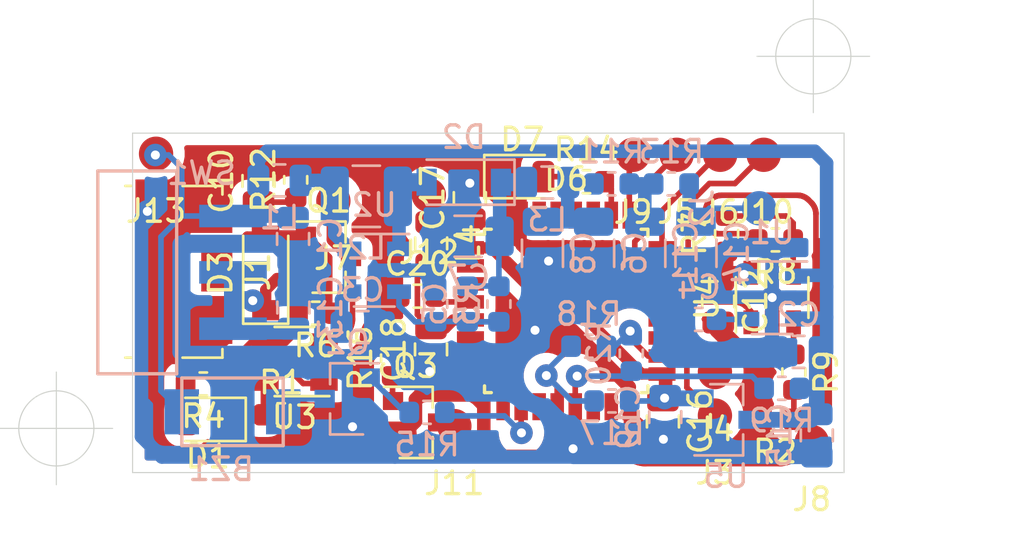
<source format=kicad_pcb>
(kicad_pcb (version 20171130) (host pcbnew 5.1.8+dfsg1-1~bpo10+1)
  (layers (0 F.Cu signal) (31 B.Cu signal) (34 B.Paste user) (35 F.Paste user) (36 B.SilkS user) (37 F.SilkS user hide) (38 B.Mask user) (39 F.Mask user) (44 Edge.Cuts user))
  (net 0 "")
  (net 1 +BATT)
  (net 2 GND)
  (net 3 "Net-(C3-Pad2)")
  (net 4 "Net-(C4-Pad1)")
  (net 5 "Net-(C5-Pad2)")
  (net 6 "Net-(C5-Pad1)")
  (net 7 AIn)
  (net 8 "Net-(C10-Pad1)")
  (net 9 "Net-(C11-Pad2)")
  (net 10 "Net-(C13-Pad1)")
  (net 11 "Net-(C14-Pad2)")
  (net 12 "Net-(C18-Pad2)")
  (net 13 "Net-(C20-Pad2)")
  (net 14 "Net-(D1-Pad2)")
  (net 15 "Net-(D1-Pad1)")
  (net 16 "Net-(D2-Pad2)")
  (net 17 "Net-(D6-Pad26)")
  (net 18 "Net-(D6-Pad25)")
  (net 19 "Net-(D6-Pad24)")
  (net 20 "Net-(D6-Pad23)")
  (net 21 "Net-(D6-Pad20)")
  (net 22 "Net-(D6-Pad19)")
  (net 23 "Net-(R1-Pad1)")
  (net 24 "Net-(R4-Pad1)")
  (net 25 "Net-(J7-Pad1)")
  (net 26 "Net-(D7-Pad2)")
  (net 27 "Net-(D6-Pad21)")
  (net 28 "Net-(C12-Pad1)")
  (net 29 "Net-(C16-Pad1)")
  (net 30 "Net-(D6-Pad22)")
  (net 31 "Net-(BZ1-Pad2)")
  (net 32 "Net-(J11-Pad1)")
  (net 33 "Net-(Q2-Pad1)")
  (net 34 "Net-(Q3-Pad1)")
  (net 35 Buzer)
  (net 36 Vibro)
  (net 37 tm)
  (net 38 bl)
  (net 39 com)
  (net 40 "Net-(R7-Pad2)")
  (net 41 "Net-(R9-Pad1)")
  (net 42 "Net-(C6-Pad2)")
  (module Capacitor_SMD:C_1206_3216Metric (layer B.Cu) (at 47.90948 58.20664 90)
    (fp_text reference C6 (at 0 1.82 270) (layer B.SilkS) (effects (justify mirror)))
    (fp_text value "C6 C3216X7R1H106K160AC")
    (pad 2 smd roundrect (at 1.4 0 90) (size 1.25 1.75) (layers B.Cu B.Paste B.Mask) (roundrect_rratio 0.2) (net 42 "Net-(C6-Pad2)"))
    (pad 1 smd roundrect (at -1.4 0 90) (size 1.25 1.75) (layers B.Cu B.Paste B.Mask) (roundrect_rratio 0.2) (net 2 GND))
  )
  (module Capacitor_SMD:C_1206_3216Metric (layer B.Cu) (at 52.451 58.20664 90)
    (fp_text reference C14 (at 0 1.82 90) (layer B.SilkS) (effects (justify mirror)))
    (fp_text value "C14 C3216X7R1H106K160AC")
    (pad 2 smd roundrect (at 1.4 0 90) (size 1.25 1.75) (layers B.Cu B.Paste B.Mask) (roundrect_rratio 0.2) (net 11 "Net-(C14-Pad2)"))
    (pad 1 smd roundrect (at -1.4 0 90) (size 1.25 1.75) (layers B.Cu B.Paste B.Mask) (roundrect_rratio 0.2) (net 2 GND))
  )
  (module Capacitor_SMD:C_1206_3216Metric (layer B.Cu) (at 50.18024 58.20664 90)
    (fp_text reference C11 (at 0 1.82 90) (layer B.SilkS) (effects (justify mirror)))
    (fp_text value "C11 C3216X7R1H106K160AC")
    (pad 2 smd roundrect (at 1.4 0 90) (size 1.25 1.75) (layers B.Cu B.Paste B.Mask) (roundrect_rratio 0.2) (net 9 "Net-(C11-Pad2)"))
    (pad 1 smd roundrect (at -1.4 0 90) (size 1.25 1.75) (layers B.Cu B.Paste B.Mask) (roundrect_rratio 0.2) (net 2 GND))
  )
  (module Capacitor_SMD:C_1206_3216Metric (layer B.Cu) (at 45.63872 58.20664 90)
    (fp_text reference C8 (at 0 1.82 90) (layer B.SilkS) (effects (justify mirror)))
    (fp_text value "C8 C3216X7R1H106K160AC")
    (pad 2 smd roundrect (at 1.4 0 90) (size 1.25 1.75) (layers B.Cu B.Paste B.Mask) (roundrect_rratio 0.2) (net 42 "Net-(C6-Pad2)"))
    (pad 1 smd roundrect (at -1.4 0 90) (size 1.25 1.75) (layers B.Cu B.Paste B.Mask) (roundrect_rratio 0.2) (net 2 GND))
  )
  (module Capacitor_SMD:C_1206_3216Metric (layer B.Cu) (at 42.33926 57.45226)
    (fp_text reference C7 (at 0 1.82) (layer B.SilkS) (effects (justify mirror)))
    (fp_text value "C7 C3216X7R1H106K160AC")
    (pad 2 smd roundrect (at 1.4 0) (size 1.25 1.75) (layers B.Cu B.Paste B.Mask) (roundrect_rratio 0.2) (net 6 "Net-(C5-Pad1)"))
    (pad 1 smd roundrect (at -1.4 0) (size 1.25 1.75) (layers B.Cu B.Paste B.Mask) (roundrect_rratio 0.2) (net 2 GND))
  )
  (module Resistor_SMD:R_0603_1608Metric (layer B.Cu) (at 49.5808 62.64656 270)
    (fp_text reference R20 (at 0 1.43 90) (layer B.SilkS) (effects (justify mirror)))
    (fp_text value 100k)
    (pad 2 smd roundrect (at 0.7875 0 270) (size 0.875 0.95) (layers B.Cu B.Paste B.Mask) (net 38 bl))
    (pad 1 smd roundrect (at -0.7875 0 270) (size 0.875 0.95) (layers B.Cu B.Paste B.Mask) (net 39 com))
  )
  (module Resistor_SMD:R_0603_1608Metric (layer B.Cu) (at 56.261 64.1985)
    (fp_text reference R19 (at 0 1.43) (layer B.SilkS) (effects (justify mirror)))
    (fp_text value 39k)
    (pad 2 smd roundrect (at 0.7875 0) (size 0.875 0.95) (layers B.Cu B.Paste B.Mask) (net 1 +BATT))
    (pad 1 smd roundrect (at -0.7875 0) (size 0.875 0.95) (layers B.Cu B.Paste B.Mask) (net 38 bl))
  )
  (module Resistor_SMD:R_0603_1608Metric (layer B.Cu) (at 47.69612 62.3316 180)
    (fp_text reference R18 (at 0 1.43) (layer B.SilkS) (effects (justify mirror)))
    (fp_text value X)
    (pad 2 smd roundrect (at 0.7875 0 180) (size 0.875 0.95) (layers B.Cu B.Paste B.Mask) (net 37 tm))
    (pad 1 smd roundrect (at -0.7875 0 180) (size 0.875 0.95) (layers B.Cu B.Paste B.Mask) (net 39 com))
  )
  (module Resistor_SMD:R_0603_1608Metric (layer B.Cu) (at 48.72228 64.75984)
    (fp_text reference R17 (at 0 1.43) (layer B.SilkS) (effects (justify mirror)))
    (fp_text value X)
    (pad 2 smd roundrect (at 0.7875 0) (size 0.875 0.95) (layers B.Cu B.Paste B.Mask) (net 29 "Net-(C16-Pad1)"))
    (pad 1 smd roundrect (at -0.7875 0) (size 0.875 0.95) (layers B.Cu B.Paste B.Mask) (net 37 tm))
  )
  (module My-library:SMD-CONN (layer F.Cu) (at 28.49118 53.78958)
    (fp_text reference J13 (at 0 2.54) (layer F.SilkS))
    (fp_text value +vibro)
    (pad 1 smd circle (at 0 0) (size 1.524 1.524) (layers F.Cu F.Paste F.Mask) (net 1 +BATT))
  )
  (module My-library:SMD-CONN (layer F.Cu) (at 40.59682 55.62346)
    (fp_text reference J12 (at 0 2.54) (layer F.SilkS))
    (fp_text value +3v)
    (pad 1 smd circle (at 0 0) (size 1.524 1.524) (layers F.Cu F.Paste F.Mask) (net 29 "Net-(C16-Pad1)"))
  )
  (module Resistor_SMD:R_0603_1608Metric (layer F.Cu) (at 38.98646 62.86246 90)
    (fp_text reference R16 (at 0 -1.43 90) (layer F.SilkS))
    (fp_text value 4.7k)
    (pad 2 smd roundrect (at 0.7875 0 90) (size 0.875 0.95) (layers F.Cu F.Paste F.Mask) (net 36 Vibro))
    (pad 1 smd roundrect (at -0.7875 0 90) (size 0.875 0.95) (layers F.Cu F.Paste F.Mask) (net 34 "Net-(Q3-Pad1)"))
  )
  (module Resistor_SMD:R_0603_1608Metric (layer B.Cu) (at 40.51554 65.2653)
    (fp_text reference R15 (at 0 1.43) (layer B.SilkS) (effects (justify mirror)))
    (fp_text value 4.7k)
    (pad 2 smd roundrect (at 0.7875 0) (size 0.875 0.95) (layers B.Cu B.Paste B.Mask) (net 35 Buzer))
    (pad 1 smd roundrect (at -0.7875 0) (size 0.875 0.95) (layers B.Cu B.Paste B.Mask) (net 33 "Net-(Q2-Pad1)"))
  )
  (module Package_TO_SOT_SMD:SOT-23 (layer F.Cu) (at 40.00754 65.71234)
    (fp_text reference Q3 (at 0 -2.5) (layer F.SilkS))
    (fp_text value KT235)
    (pad 3 smd rect (at 1 0) (size 0.9 0.8) (layers F.Cu F.Paste F.Mask) (net 32 "Net-(J11-Pad1)"))
    (pad 2 smd rect (at -1 0.95) (size 0.9 0.8) (layers F.Cu F.Paste F.Mask) (net 2 GND))
    (pad 1 smd rect (at -1 -0.95) (size 0.9 0.8) (layers F.Cu F.Paste F.Mask) (net 34 "Net-(Q3-Pad1)"))
  )
  (module Package_TO_SOT_SMD:SOT-23 (layer B.Cu) (at 36.97478 64.66586 180)
    (fp_text reference Q2 (at 0 2.5) (layer B.SilkS) (effects (justify mirror)))
    (fp_text value KT235)
    (pad 3 smd rect (at 1 0 180) (size 0.9 0.8) (layers B.Cu B.Paste B.Mask) (net 31 "Net-(BZ1-Pad2)"))
    (pad 2 smd rect (at -1 -0.95 180) (size 0.9 0.8) (layers B.Cu B.Paste B.Mask) (net 2 GND))
    (pad 1 smd rect (at -1 0.95 180) (size 0.9 0.8) (layers B.Cu B.Paste B.Mask) (net 33 "Net-(Q2-Pad1)"))
  )
  (module My-library:SMD-CONN (layer F.Cu) (at 41.72966 65.8749)
    (fp_text reference J11 (at 0 2.54) (layer F.SilkS))
    (fp_text value Vibro)
    (pad 1 smd circle (at 0 0) (size 1.524 1.524) (layers F.Cu F.Paste F.Mask) (net 32 "Net-(J11-Pad1)"))
  )
  (module My-library:BuzerSMD (layer B.Cu) (at 31.88462 65.2399 180)
    (fp_text reference BZ1 (at 0.5 -2.55) (layer B.SilkS) (effects (justify mirror)))
    (fp_text value Buzzer)
    (pad 2 smd rect (at -2.25 0 180) (size 1.524 2) (layers B.Cu B.Paste B.Mask) (net 31 "Net-(BZ1-Pad2)"))
    (pad 1 smd rect (at 2.25 0 180) (size 1.524 2) (layers B.Cu B.Paste B.Mask) (net 1 +BATT))
  )
  (module My-library:SMD-CONN (layer F.Cu) (at 55.45582 53.8353)
    (fp_text reference J10 (at 0 2.54) (layer F.SilkS))
    (fp_text value PWM)
    (pad 1 smd circle (at 0 0) (size 1.524 1.524) (layers F.Cu F.Paste F.Mask) (net 30 "Net-(D6-Pad22)"))
  )
  (module Package_TO_SOT_SMD:SOT-23 (layer B.Cu) (at 53.7845 65.5955)
    (fp_text reference U5 (at 0 2.5) (layer B.SilkS) (effects (justify mirror)))
    (fp_text value MCP1700-3002E)
    (pad 3 smd rect (at 1 0) (size 0.9 0.8) (layers B.Cu B.Paste B.Mask) (net 1 +BATT))
    (pad 2 smd rect (at -1 -0.95) (size 0.9 0.8) (layers B.Cu B.Paste B.Mask) (net 29 "Net-(C16-Pad1)"))
    (pad 1 smd rect (at -1 0.95) (size 0.9 0.8) (layers B.Cu B.Paste B.Mask) (net 2 GND))
  )
  (module Package_TO_SOT_SMD:SOT-23-5 (layer F.Cu) (at 55.83174 60.17006 90)
    (fp_text reference U4 (at 0 -2.9 90) (layer F.SilkS))
    (fp_text value LMV7239M5)
    (pad 5 smd rect (at 1.1 -0.95 90) (size 1.06 0.65) (layers F.Cu F.Paste F.Mask) (net 28 "Net-(C12-Pad1)"))
    (pad 4 smd rect (at 1.1 0.95 90) (size 1.06 0.65) (layers F.Cu F.Paste F.Mask) (net 40 "Net-(R7-Pad2)"))
    (pad 3 smd rect (at -1.1 0.95 90) (size 1.06 0.65) (layers F.Cu F.Paste F.Mask) (net 41 "Net-(R9-Pad1)"))
    (pad 2 smd rect (at -1.1 0 90) (size 1.06 0.65) (layers F.Cu F.Paste F.Mask) (net 2 GND))
    (pad 1 smd rect (at -1.1 -0.95 90) (size 1.06 0.65) (layers F.Cu F.Paste F.Mask) (net 27 "Net-(D6-Pad21)"))
  )
  (module Capacitor_SMD:C_0805_2012Metric (layer F.Cu) (at 50.98542 65.6717 270)
    (fp_text reference C16 (at 0 -1.65 90) (layer F.SilkS))
    (fp_text value 22uF)
    (pad 2 smd roundrect (at 0.9375 0 270) (size 0.975 1.4) (layers F.Cu F.Paste F.Mask) (net 2 GND))
    (pad 1 smd roundrect (at -0.9375 0 270) (size 0.975 1.4) (layers F.Cu F.Paste F.Mask) (net 29 "Net-(C16-Pad1)"))
  )
  (module Resistor_SMD:R_0603_1608Metric (layer F.Cu) (at 47.59198 55.0291)
    (fp_text reference R14 (at 0 -1.43) (layer F.SilkS))
    (fp_text value 1k)
    (pad 2 smd roundrect (at 0.7875 0) (size 0.875 0.95) (layers F.Cu F.Paste F.Mask) (net 17 "Net-(D6-Pad26)"))
    (pad 1 smd roundrect (at -0.7875 0) (size 0.875 0.95) (layers F.Cu F.Paste F.Mask) (net 26 "Net-(D7-Pad2)"))
  )
  (module LED_SMD:LED_0805_2012Metric (layer F.Cu) (at 44.7421 54.80558)
    (fp_text reference D7 (at 0 -1.65) (layer F.SilkS))
    (fp_text value LED)
    (pad 2 smd roundrect (at 0.9375 0) (size 0.975 1.4) (layers F.Cu F.Paste F.Mask) (net 26 "Net-(D7-Pad2)"))
    (pad 1 smd roundrect (at -0.9375 0) (size 0.975 1.4) (layers F.Cu F.Paste F.Mask) (net 2 GND))
  )
  (module My-library:SMD-CONN (layer F.Cu) (at 49.65954 53.8353)
    (fp_text reference J9 (at 0 2.54) (layer F.SilkS))
    (fp_text value "BT Status")
    (pad 1 smd circle (at 0 0) (size 1.524 1.524) (layers F.Cu F.Paste F.Mask) (net 18 "Net-(D6-Pad25)"))
  )
  (module My-library:SMD-CONN (layer B.Cu) (at 55.25262 56.20766 90)
    (fp_text reference J2 (at 0 -2.54 90) (layer B.SilkS) (effects (justify mirror)))
    (fp_text value "+29.6 SiPM")
    (pad 1 smd circle (at 0 0 90) (size 1.524 1.524) (layers B.Cu B.Paste B.Mask) (net 11 "Net-(C14-Pad2)"))
  )
  (module My-library:SMD-CONN (layer F.Cu) (at 57.59196 66.58356)
    (fp_text reference J8 (at 0 2.54) (layer F.SilkS))
    (fp_text value SiPM-)
    (pad 1 smd circle (at 0 0) (size 1.524 1.524) (layers F.Cu F.Paste F.Mask) (net 7 AIn))
  )
  (module My-library:SMD-CONN (layer F.Cu) (at 36.3601 55.88254)
    (fp_text reference J7 (at 0 2.54) (layer F.SilkS))
    (fp_text value +BAT)
    (pad 1 smd circle (at 0 0) (size 1.524 1.524) (layers F.Cu F.Paste F.Mask) (net 25 "Net-(J7-Pad1)"))
  )
  (module Package_TO_SOT_SMD:TSOT-23-5 (layer F.Cu) (at 34.6329 63.03518 180)
    (fp_text reference U3 (at 0 -2.45) (layer F.SilkS))
    (fp_text value MCP73831)
    (pad 5 smd rect (at 1.31 -0.95 180) (size 1.22 0.65) (layers F.Cu F.Paste F.Mask) (net 23 "Net-(R1-Pad1)"))
    (pad 4 smd rect (at 1.31 0.95 180) (size 1.22 0.65) (layers F.Cu F.Paste F.Mask) (net 24 "Net-(R4-Pad1)"))
    (pad 3 smd rect (at -1.31 0.95 180) (size 1.22 0.65) (layers F.Cu F.Paste F.Mask) (net 25 "Net-(J7-Pad1)"))
    (pad 2 smd rect (at -1.31 0 180) (size 1.22 0.65) (layers F.Cu F.Paste F.Mask) (net 2 GND))
    (pad 1 smd rect (at -1.31 -0.95 180) (size 1.22 0.65) (layers F.Cu F.Paste F.Mask) (net 15 "Net-(D1-Pad1)"))
  )
  (module Package_TO_SOT_SMD:SOT-23-5 (layer B.Cu) (at 38.17366 58.96102 180)
    (fp_text reference U2 (at 0 2.9) (layer B.SilkS) (effects (justify mirror)))
    (fp_text value AP3015KTR)
    (pad 5 smd rect (at 1.1 0.95 180) (size 1.06 0.65) (layers B.Cu B.Paste B.Mask) (net 3 "Net-(C3-Pad2)"))
    (pad 4 smd rect (at 1.1 -0.95 180) (size 1.06 0.65) (layers B.Cu B.Paste B.Mask) (net 3 "Net-(C3-Pad2)"))
    (pad 3 smd rect (at -1.1 -0.95 180) (size 1.06 0.65) (layers B.Cu B.Paste B.Mask) (net 5 "Net-(C5-Pad2)"))
    (pad 2 smd rect (at -1.1 0 180) (size 1.06 0.65) (layers B.Cu B.Paste B.Mask) (net 2 GND))
    (pad 1 smd rect (at -1.1 0.95 180) (size 1.06 0.65) (layers B.Cu B.Paste B.Mask) (net 16 "Net-(D2-Pad2)"))
  )
  (module Package_TO_SOT_SMD:SOT-23-5 (layer B.Cu) (at 55.83174 60.18022 180)
    (fp_text reference U1 (at 0 2.9) (layer B.SilkS) (effects (justify mirror)))
    (fp_text value LP2985-3.0)
    (pad 5 smd rect (at 1.1 0.95 180) (size 1.06 0.65) (layers B.Cu B.Paste B.Mask) (net 28 "Net-(C12-Pad1)"))
    (pad 4 smd rect (at 1.1 -0.95 180) (size 1.06 0.65) (layers B.Cu B.Paste B.Mask) (net 4 "Net-(C4-Pad1)"))
    (pad 3 smd rect (at -1.1 -0.95 180) (size 1.06 0.65) (layers B.Cu B.Paste B.Mask) (net 1 +BATT))
    (pad 2 smd rect (at -1.1 0 180) (size 1.06 0.65) (layers B.Cu B.Paste B.Mask) (net 2 GND))
    (pad 1 smd rect (at -1.1 0.95 180) (size 1.06 0.65) (layers B.Cu B.Paste B.Mask) (net 1 +BATT))
  )
  (module My-library:MySwithc (layer B.Cu) (at 30.40634 59.05246)
    (fp_text reference SW1 (at 0.1 -4.4) (layer B.SilkS) (effects (justify mirror)))
    (fp_text value power)
    (pad 1 smd rect (at 1.5 2.5) (size 3 1) (layers B.Cu B.Paste B.Mask) (net 10 "Net-(C13-Pad1)"))
    (pad 2 smd rect (at 1.5 0) (size 3 1) (layers B.Cu B.Paste B.Mask) (net 10 "Net-(C13-Pad1)"))
    (pad 3 smd rect (at 1.5 -2.5) (size 3 1) (layers B.Cu B.Paste B.Mask) (net 1 +BATT))
  )
  (module Resistor_SMD:R_0603_1608Metric (layer B.Cu) (at 51.3588 55.12816 180)
    (fp_text reference R13 (at 0 1.43) (layer B.SilkS) (effects (justify mirror)))
    (fp_text value 1k)
    (pad 2 smd roundrect (at 0.7875 0 180) (size 0.875 0.95) (layers B.Cu B.Paste B.Mask) (net 9 "Net-(C11-Pad2)"))
    (pad 1 smd roundrect (at -0.7875 0 180) (size 0.875 0.95) (layers B.Cu B.Paste B.Mask) (net 11 "Net-(C14-Pad2)"))
  )
  (module Resistor_SMD:R_0603_1608Metric (layer F.Cu) (at 34.68878 54.94782 90)
    (fp_text reference R12 (at 0 -1.43 90) (layer F.SilkS))
    (fp_text value 10k)
    (pad 2 smd roundrect (at 0.7875 0 90) (size 0.875 0.95) (layers F.Cu F.Paste F.Mask) (net 2 GND))
    (pad 1 smd roundrect (at -0.7875 0 90) (size 0.875 0.95) (layers F.Cu F.Paste F.Mask) (net 8 "Net-(C10-Pad1)"))
  )
  (module Resistor_SMD:R_0603_1608Metric (layer B.Cu) (at 48.70704 55.12816 180)
    (fp_text reference R11 (at 0 1.43) (layer B.SilkS) (effects (justify mirror)))
    (fp_text value 100)
    (pad 2 smd roundrect (at 0.7875 0 180) (size 0.875 0.95) (layers B.Cu B.Paste B.Mask) (net 42 "Net-(C6-Pad2)"))
    (pad 1 smd roundrect (at -0.7875 0 180) (size 0.875 0.95) (layers B.Cu B.Paste B.Mask) (net 9 "Net-(C11-Pad2)"))
  )
  (module Resistor_SMD:R_0603_1608Metric (layer F.Cu) (at 56.7944 63.47968 270)
    (fp_text reference R9 (at 0 -1.43 90) (layer F.SilkS))
    (fp_text value 12k)
    (pad 2 smd roundrect (at 0.7875 0 270) (size 0.875 0.95) (layers F.Cu F.Paste F.Mask) (net 7 AIn))
    (pad 1 smd roundrect (at -0.7875 0 270) (size 0.875 0.95) (layers F.Cu F.Paste F.Mask) (net 41 "Net-(R9-Pad1)"))
  )
  (module Resistor_SMD:R_0603_1608Metric (layer F.Cu) (at 55.97652 57.61228 180)
    (fp_text reference R8 (at 0 -1.43) (layer F.SilkS))
    (fp_text value 4.7k)
    (pad 2 smd roundrect (at 0.7875 0 180) (size 0.875 0.95) (layers F.Cu F.Paste F.Mask) (net 2 GND))
    (pad 1 smd roundrect (at -0.7875 0 180) (size 0.875 0.95) (layers F.Cu F.Paste F.Mask) (net 40 "Net-(R7-Pad2)"))
  )
  (module Resistor_SMD:R_0603_1608Metric (layer F.Cu) (at 53.8099 57.3405 90)
    (fp_text reference R7 (at 0 -1.43 90) (layer F.SilkS))
    (fp_text value 680k)
    (pad 2 smd roundrect (at 0.7875 0 90) (size 0.875 0.95) (layers F.Cu F.Paste F.Mask) (net 40 "Net-(R7-Pad2)"))
    (pad 1 smd roundrect (at -0.7875 0 90) (size 0.875 0.95) (layers F.Cu F.Paste F.Mask) (net 28 "Net-(C12-Pad1)"))
  )
  (module Resistor_SMD:R_0603_1608Metric (layer F.Cu) (at 35.57778 60.86602 180)
    (fp_text reference R6 (at 0 -1.43) (layer F.SilkS))
    (fp_text value 1)
    (pad 2 smd roundrect (at 0.7875 0 180) (size 0.875 0.95) (layers F.Cu F.Paste F.Mask) (net 24 "Net-(R4-Pad1)"))
    (pad 1 smd roundrect (at -0.7875 0 180) (size 0.875 0.95) (layers F.Cu F.Paste F.Mask) (net 8 "Net-(C10-Pad1)"))
  )
  (module Resistor_SMD:R_0603_1608Metric (layer B.Cu) (at 43.70578 60.45962 270)
    (fp_text reference R5 (at 0 1.43 90) (layer B.SilkS) (effects (justify mirror)))
    (fp_text value 10M)
    (pad 2 smd roundrect (at 0.7875 0 270) (size 0.875 0.95) (layers B.Cu B.Paste B.Mask) (net 5 "Net-(C5-Pad2)"))
    (pad 1 smd roundrect (at -0.7875 0 270) (size 0.875 0.95) (layers B.Cu B.Paste B.Mask) (net 6 "Net-(C5-Pad1)"))
  )
  (module Resistor_SMD:R_0603_1608Metric (layer F.Cu) (at 30.58922 64.00546 180)
    (fp_text reference R4 (at 0 -1.43) (layer F.SilkS))
    (fp_text value 1k)
    (pad 2 smd roundrect (at 0.7875 0 180) (size 0.875 0.95) (layers F.Cu F.Paste F.Mask) (net 14 "Net-(D1-Pad2)"))
    (pad 1 smd roundrect (at -0.7875 0 180) (size 0.875 0.95) (layers F.Cu F.Paste F.Mask) (net 24 "Net-(R4-Pad1)"))
  )
  (module Resistor_SMD:R_0603_1608Metric (layer B.Cu) (at 40.90162 60.45962 90)
    (fp_text reference R3 (at 0 1.43 90) (layer B.SilkS) (effects (justify mirror)))
    (fp_text value 430k)
    (pad 2 smd roundrect (at 0.7875 0 90) (size 0.875 0.95) (layers B.Cu B.Paste B.Mask) (net 2 GND))
    (pad 1 smd roundrect (at -0.7875 0 90) (size 0.875 0.95) (layers B.Cu B.Paste B.Mask) (net 5 "Net-(C5-Pad2)"))
  )
  (module Resistor_SMD:R_0603_1608Metric (layer F.Cu) (at 55.96128 65.57264 180)
    (fp_text reference R2 (at 0 -1.43) (layer F.SilkS))
    (fp_text value 2.2k)
    (pad 2 smd roundrect (at 0.7875 0 180) (size 0.875 0.95) (layers F.Cu F.Paste F.Mask) (net 2 GND))
    (pad 1 smd roundrect (at -0.7875 0 180) (size 0.875 0.95) (layers F.Cu F.Paste F.Mask) (net 7 AIn))
  )
  (module Resistor_SMD:R_0603_1608Metric (layer F.Cu) (at 34.04362 65.37198)
    (fp_text reference R1 (at 0 -1.43) (layer F.SilkS))
    (fp_text value 20k)
    (pad 2 smd roundrect (at 0.7875 0) (size 0.875 0.95) (layers F.Cu F.Paste F.Mask) (net 2 GND))
    (pad 1 smd roundrect (at -0.7875 0) (size 0.875 0.95) (layers F.Cu F.Paste F.Mask) (net 23 "Net-(R1-Pad1)"))
  )
  (module Package_TO_SOT_SMD:SOT-23 (layer F.Cu) (at 36.14166 58.37682)
    (fp_text reference Q1 (at 0 -2.5) (layer F.SilkS))
    (fp_text value IRLML5203)
    (pad 3 smd rect (at 1 0) (size 0.9 0.8) (layers F.Cu F.Paste F.Mask) (net 25 "Net-(J7-Pad1)"))
    (pad 2 smd rect (at -1 0.95) (size 0.9 0.8) (layers F.Cu F.Paste F.Mask) (net 10 "Net-(C13-Pad1)"))
    (pad 1 smd rect (at -1 -0.95) (size 0.9 0.8) (layers F.Cu F.Paste F.Mask) (net 8 "Net-(C10-Pad1)"))
  )
  (module Inductor_SMD:L_0805_2012Metric (layer F.Cu) (at 40.69842 57.76722 270)
    (fp_text reference L4 (at 0 -1.65 90) (layer F.SilkS))
    (fp_text value 47uH)
    (pad 2 smd roundrect (at 0.9375 0 270) (size 0.975 1.4) (layers F.Cu F.Paste F.Mask) (net 12 "Net-(C18-Pad2)"))
    (pad 1 smd roundrect (at -0.9375 0 270) (size 0.975 1.4) (layers F.Cu F.Paste F.Mask) (net 29 "Net-(C16-Pad1)"))
  )
  (module Inductor_SMD:L_0805_2012Metric (layer B.Cu) (at 45.85208 55.0672)
    (fp_text reference L3 (at 0 1.65) (layer B.SilkS) (effects (justify mirror)))
    (fp_text value 47uH)
    (pad 2 smd roundrect (at 0.9375 0) (size 0.975 1.4) (layers B.Cu B.Paste B.Mask) (net 42 "Net-(C6-Pad2)"))
    (pad 1 smd roundrect (at -0.9375 0) (size 0.975 1.4) (layers B.Cu B.Paste B.Mask) (net 6 "Net-(C5-Pad1)"))
  )
  (module Inductor_SMD:L_1210_3225Metric (layer B.Cu) (at 37.82314 55.67934)
    (fp_text reference L2 (at 0 2.28) (layer B.SilkS) (effects (justify mirror)))
    (fp_text value 22uH)
    (pad 2 smd roundrect (at 1.4 0) (size 1.25 2.65) (layers B.Cu B.Paste B.Mask) (roundrect_rratio 0.2) (net 16 "Net-(D2-Pad2)"))
    (pad 1 smd roundrect (at -1.4 0) (size 1.25 2.65) (layers B.Cu B.Paste B.Mask) (roundrect_rratio 0.2) (net 3 "Net-(C3-Pad2)"))
  )
  (module Inductor_SMD:L_0805_2012Metric (layer B.Cu) (at 33.96742 54.97322)
    (fp_text reference L1 (at 0 1.65) (layer B.SilkS) (effects (justify mirror)))
    (fp_text value 10uH)
    (pad 2 smd roundrect (at 0.9375 0) (size 0.975 1.4) (layers B.Cu B.Paste B.Mask) (net 3 "Net-(C3-Pad2)"))
    (pad 1 smd roundrect (at -0.9375 0) (size 0.975 1.4) (layers B.Cu B.Paste B.Mask) (net 1 +BATT))
  )
  (module My-library:SMD-CONN (layer F.Cu) (at 53.523726 53.8353)
    (fp_text reference J6 (at 0 2.54) (layer F.SilkS))
    (fp_text value SWCLK)
    (pad 1 smd circle (at 0 0) (size 1.524 1.524) (layers F.Cu F.Paste F.Mask) (net 19 "Net-(D6-Pad24)"))
  )
  (module My-library:SMD-CONN (layer F.Cu) (at 51.591633 53.8353)
    (fp_text reference J5 (at 0 2.54) (layer F.SilkS))
    (fp_text value SWDIO)
    (pad 1 smd circle (at 0 0) (size 1.524 1.524) (layers F.Cu F.Paste F.Mask) (net 20 "Net-(D6-Pad23)"))
  )
  (module My-library:SMD-CONN (layer F.Cu) (at 53.29174 63.47714)
    (fp_text reference J4 (at 0 2.54) (layer F.SilkS))
    (fp_text value RxD)
    (pad 1 smd circle (at 0 0) (size 1.524 1.524) (layers F.Cu F.Paste F.Mask) (net 21 "Net-(D6-Pad20)"))
  )
  (module My-library:SMD-CONN (layer F.Cu) (at 53.29174 65.40754)
    (fp_text reference J3 (at 0 2.54) (layer F.SilkS))
    (fp_text value TxD)
    (pad 1 smd circle (at 0 0) (size 1.524 1.524) (layers F.Cu F.Paste F.Mask) (net 22 "Net-(D6-Pad19)"))
  )
  (module Connector_USB:USB_Micro-B_Molex_47346-0001 (layer F.Cu) (at 29.72674 59.0279 270)
    (fp_text reference J1 (at 0 -3.3 270) (layer F.SilkS))
    (fp_text value usb)
    (pad 6 smd rect (at 0.84 1.2 270) (size 1.175 1.9) (layers F.Cu F.Paste F.Mask) (net 2 GND))
    (pad 6 smd rect (at -0.84 1.2 270) (size 1.175 1.9) (layers F.Cu F.Paste F.Mask) (net 2 GND))
    (pad 6 smd rect (at 2.91 1.2 270) (size 2.375 1.9) (layers F.Cu F.Paste F.Mask) (net 2 GND))
    (pad 6 smd rect (at -2.91 1.2 270) (size 2.375 1.9) (layers F.Cu F.Paste F.Mask) (net 2 GND))
    (pad 6 smd rect (at 2.4625 -1.1 270) (size 1.475 2.1) (layers F.Cu F.Paste F.Mask) (net 2 GND))
    (pad 6 smd rect (at -2.4625 -1.1 270) (size 1.475 2.1) (layers F.Cu F.Paste F.Mask) (net 2 GND))
    (pad 5 smd rect (at 1.3 -1.46 270) (size 0.45 1.38) (layers F.Cu F.Paste F.Mask) (net 2 GND))
    (pad 4 smd rect (at 0.65 -1.46 270) (size 0.45 1.38) (layers F.Cu F.Paste F.Mask))
    (pad 3 smd rect (at 0 -1.46 270) (size 0.45 1.38) (layers F.Cu F.Paste F.Mask))
    (pad 2 smd rect (at -0.65 -1.46 270) (size 0.45 1.38) (layers F.Cu F.Paste F.Mask))
    (pad 1 smd rect (at -1.3 -1.46 270) (size 0.45 1.38) (layers F.Cu F.Paste F.Mask) (net 8 "Net-(C10-Pad1)"))
  )
  (module Package_QFP:LQFP-32_7x7mm_P0.8mm (layer F.Cu) (at 46.69282 60.76442)
    (fp_text reference D6 (at 0 -5.85) (layer F.SilkS))
    (fp_text value STM32L412K8)
    (pad 32 smd rect (at -2.8 -4.25 90) (size 1.2 0.6) (layers F.Cu F.Paste F.Mask) (net 2 GND))
    (pad 31 smd rect (at -2 -4.25 90) (size 1.2 0.6) (layers F.Cu F.Paste F.Mask) (net 2 GND))
    (pad 30 smd rect (at -1.2 -4.25 90) (size 1.2 0.6) (layers F.Cu F.Paste F.Mask))
    (pad 29 smd rect (at -0.4 -4.25 90) (size 1.2 0.6) (layers F.Cu F.Paste F.Mask))
    (pad 28 smd rect (at 0.4 -4.25 90) (size 1.2 0.6) (layers F.Cu F.Paste F.Mask))
    (pad 27 smd rect (at 1.2 -4.25 90) (size 1.2 0.6) (layers F.Cu F.Paste F.Mask))
    (pad 26 smd rect (at 2 -4.25 90) (size 1.2 0.6) (layers F.Cu F.Paste F.Mask) (net 17 "Net-(D6-Pad26)"))
    (pad 25 smd rect (at 2.8 -4.25 90) (size 1.2 0.6) (layers F.Cu F.Paste F.Mask) (net 18 "Net-(D6-Pad25)"))
    (pad 24 smd rect (at 4.25 -2.8) (size 1.2 0.6) (layers F.Cu F.Paste F.Mask) (net 19 "Net-(D6-Pad24)"))
    (pad 23 smd rect (at 4.25 -2) (size 1.2 0.6) (layers F.Cu F.Paste F.Mask) (net 20 "Net-(D6-Pad23)"))
    (pad 22 smd rect (at 4.25 -1.2) (size 1.2 0.6) (layers F.Cu F.Paste F.Mask) (net 30 "Net-(D6-Pad22)"))
    (pad 21 smd rect (at 4.25 -0.4) (size 1.2 0.6) (layers F.Cu F.Paste F.Mask) (net 27 "Net-(D6-Pad21)"))
    (pad 20 smd rect (at 4.25 0.4) (size 1.2 0.6) (layers F.Cu F.Paste F.Mask) (net 21 "Net-(D6-Pad20)"))
    (pad 19 smd rect (at 4.25 1.2) (size 1.2 0.6) (layers F.Cu F.Paste F.Mask) (net 22 "Net-(D6-Pad19)"))
    (pad 18 smd rect (at 4.25 2) (size 1.2 0.6) (layers F.Cu F.Paste F.Mask) (net 39 com))
    (pad 17 smd rect (at 4.25 2.8) (size 1.2 0.6) (layers F.Cu F.Paste F.Mask) (net 29 "Net-(C16-Pad1)"))
    (pad 16 smd rect (at 2.8 4.25 90) (size 1.2 0.6) (layers F.Cu F.Paste F.Mask) (net 2 GND))
    (pad 15 smd rect (at 2 4.25 90) (size 1.2 0.6) (layers F.Cu F.Paste F.Mask) (net 7 AIn))
    (pad 14 smd rect (at 1.2 4.25 90) (size 1.2 0.6) (layers F.Cu F.Paste F.Mask))
    (pad 13 smd rect (at 0.4 4.25 90) (size 1.2 0.6) (layers F.Cu F.Paste F.Mask) (net 38 bl))
    (pad 12 smd rect (at -0.4 4.25 90) (size 1.2 0.6) (layers F.Cu F.Paste F.Mask) (net 37 tm))
    (pad 11 smd rect (at -1.2 4.25 90) (size 1.2 0.6) (layers F.Cu F.Paste F.Mask))
    (pad 10 smd rect (at -2 4.25 90) (size 1.2 0.6) (layers F.Cu F.Paste F.Mask) (net 35 Buzer))
    (pad 9 smd rect (at -2.8 4.25 90) (size 1.2 0.6) (layers F.Cu F.Paste F.Mask))
    (pad 8 smd rect (at -4.25 2.8) (size 1.2 0.6) (layers F.Cu F.Paste F.Mask))
    (pad 7 smd rect (at -4.25 2) (size 1.2 0.6) (layers F.Cu F.Paste F.Mask) (net 36 Vibro))
    (pad 6 smd rect (at -4.25 1.2) (size 1.2 0.6) (layers F.Cu F.Paste F.Mask))
    (pad 5 smd rect (at -4.25 0.4) (size 1.2 0.6) (layers F.Cu F.Paste F.Mask) (net 12 "Net-(C18-Pad2)"))
    (pad 4 smd rect (at -4.25 -0.4) (size 1.2 0.6) (layers F.Cu F.Paste F.Mask) (net 13 "Net-(C20-Pad2)"))
    (pad 3 smd rect (at -4.25 -1.2) (size 1.2 0.6) (layers F.Cu F.Paste F.Mask))
    (pad 2 smd rect (at -4.25 -2) (size 1.2 0.6) (layers F.Cu F.Paste F.Mask))
    (pad 1 smd rect (at -4.25 -2.8) (size 1.2 0.6) (layers F.Cu F.Paste F.Mask) (net 29 "Net-(C16-Pad1)"))
  )
  (module Diode_SMD:D_SOD-123 (layer F.Cu) (at 33.35782 59.08294 90)
    (fp_text reference D3 (at 0 -2 90) (layer F.SilkS))
    (fp_text value MBR0540)
    (pad 2 smd rect (at 1.65 0 90) (size 0.9 1.2) (layers F.Cu F.Paste F.Mask) (net 8 "Net-(C10-Pad1)"))
    (pad 1 smd rect (at -1.65 0 90) (size 0.9 1.2) (layers F.Cu F.Paste F.Mask) (net 10 "Net-(C13-Pad1)"))
  )
  (module Diode_SMD:D_SOD-123 (layer B.Cu) (at 42.14876 55.05196 180)
    (fp_text reference D2 (at 0 2) (layer B.SilkS) (effects (justify mirror)))
    (fp_text value MBR0540)
    (pad 2 smd rect (at 1.65 0 180) (size 0.9 1.2) (layers B.Cu B.Paste B.Mask) (net 16 "Net-(D2-Pad2)"))
    (pad 1 smd rect (at -1.65 0 180) (size 0.9 1.2) (layers B.Cu B.Paste B.Mask) (net 6 "Net-(C5-Pad1)"))
  )
  (module LED_SMD:LED_0805_2012Metric (layer F.Cu) (at 30.78734 65.58026 180)
    (fp_text reference D1 (at 0 -1.65) (layer F.SilkS))
    (fp_text value LED)
    (pad 2 smd roundrect (at 0.9375 0 180) (size 0.975 1.4) (layers F.Cu F.Paste F.Mask) (net 14 "Net-(D1-Pad2)"))
    (pad 1 smd roundrect (at -0.9375 0 180) (size 0.975 1.4) (layers F.Cu F.Paste F.Mask) (net 15 "Net-(D1-Pad1)"))
  )
  (module Capacitor_SMD:C_0603_1608Metric (layer F.Cu) (at 40.08882 60.1091)
    (fp_text reference C20 (at 0 -1.43) (layer F.SilkS))
    (fp_text value 0.1uF)
    (pad 2 smd roundrect (at 0.7875 0) (size 0.875 0.95) (layers F.Cu F.Paste F.Mask) (net 13 "Net-(C20-Pad2)"))
    (pad 1 smd roundrect (at -0.7875 0) (size 0.875 0.95) (layers F.Cu F.Paste F.Mask) (net 2 GND))
  )
  (module Capacitor_SMD:C_0805_2012Metric (layer B.Cu) (at 51.08702 65.47358 270)
    (fp_text reference C19 (at 0 1.65 270) (layer B.SilkS) (effects (justify mirror)))
    (fp_text value 22uF)
    (pad 2 smd roundrect (at 0.9375 0 270) (size 0.975 1.4) (layers B.Cu B.Paste B.Mask) (net 2 GND))
    (pad 1 smd roundrect (at -0.9375 0 270) (size 0.975 1.4) (layers B.Cu B.Paste B.Mask) (net 29 "Net-(C16-Pad1)"))
  )
  (module Capacitor_SMD:C_0805_2012Metric (layer F.Cu) (at 40.69334 62.4713 90)
    (fp_text reference C18 (at 0 -1.65 90) (layer F.SilkS))
    (fp_text value 22uF)
    (pad 2 smd roundrect (at 0.9375 0 90) (size 0.975 1.4) (layers F.Cu F.Paste F.Mask) (net 12 "Net-(C18-Pad2)"))
    (pad 1 smd roundrect (at -0.9375 0 90) (size 0.975 1.4) (layers F.Cu F.Paste F.Mask) (net 2 GND))
  )
  (module Capacitor_SMD:C_0805_2012Metric (layer F.Cu) (at 42.41546 55.75554 90)
    (fp_text reference C17 (at 0 -1.65 90) (layer F.SilkS))
    (fp_text value 22uF)
    (pad 2 smd roundrect (at 0.9375 0 90) (size 0.975 1.4) (layers F.Cu F.Paste F.Mask) (net 2 GND))
    (pad 1 smd roundrect (at -0.9375 0 90) (size 0.975 1.4) (layers F.Cu F.Paste F.Mask) (net 29 "Net-(C16-Pad1)"))
  )
  (module Capacitor_SMD:C_0805_2012Metric (layer B.Cu) (at 57.81294 66.28638 270)
    (fp_text reference C15 (at 0 1.65 270) (layer B.SilkS) (effects (justify mirror)))
    (fp_text value 22uF)
    (pad 2 smd roundrect (at 0.9375 0 270) (size 0.975 1.4) (layers B.Cu B.Paste B.Mask) (net 2 GND))
    (pad 1 smd roundrect (at -0.9375 0 270) (size 0.975 1.4) (layers B.Cu B.Paste B.Mask) (net 1 +BATT))
  )
  (module Capacitor_SMD:C_0805_2012Metric (layer B.Cu) (at 34.58464 60.61456 90)
    (fp_text reference C13 (at 0 1.65 90) (layer B.SilkS) (effects (justify mirror)))
    (fp_text value 22uF)
    (pad 2 smd roundrect (at 0.9375 0 90) (size 0.975 1.4) (layers B.Cu B.Paste B.Mask) (net 2 GND))
    (pad 1 smd roundrect (at -0.9375 0 90) (size 0.975 1.4) (layers B.Cu B.Paste B.Mask) (net 10 "Net-(C13-Pad1)"))
  )
  (module Capacitor_SMD:C_0805_2012Metric (layer F.Cu) (at 53.43906 60.34278 270)
    (fp_text reference C12 (at 0 -1.65 90) (layer F.SilkS))
    (fp_text value 22uF)
    (pad 2 smd roundrect (at 0.9375 0 270) (size 0.975 1.4) (layers F.Cu F.Paste F.Mask) (net 2 GND))
    (pad 1 smd roundrect (at -0.9375 0 270) (size 0.975 1.4) (layers F.Cu F.Paste F.Mask) (net 28 "Net-(C12-Pad1)"))
  )
  (module Capacitor_SMD:C_0805_2012Metric (layer F.Cu) (at 33.03778 54.99862 90)
    (fp_text reference C10 (at 0 -1.65 90) (layer F.SilkS))
    (fp_text value 22uF)
    (pad 2 smd roundrect (at 0.9375 0 90) (size 0.975 1.4) (layers F.Cu F.Paste F.Mask) (net 2 GND))
    (pad 1 smd roundrect (at -0.9375 0 90) (size 0.975 1.4) (layers F.Cu F.Paste F.Mask) (net 8 "Net-(C10-Pad1)"))
  )
  (module Capacitor_SMD:C_0603_1608Metric (layer B.Cu) (at 42.3037 60.45962 270)
    (fp_text reference C5 (at 0 1.43 90) (layer B.SilkS) (effects (justify mirror)))
    (fp_text value 1.5pF)
    (pad 2 smd roundrect (at 0.7875 0 270) (size 0.875 0.95) (layers B.Cu B.Paste B.Mask) (net 5 "Net-(C5-Pad2)"))
    (pad 1 smd roundrect (at -0.7875 0 270) (size 0.875 0.95) (layers B.Cu B.Paste B.Mask) (net 6 "Net-(C5-Pad1)"))
  )
  (module Capacitor_SMD:C_0603_1608Metric (layer B.Cu) (at 52.57546 61.14034 180)
    (fp_text reference C4 (at 0 1.43 180) (layer B.SilkS) (effects (justify mirror)))
    (fp_text value 0.1uF)
    (pad 2 smd roundrect (at 0.7875 0 180) (size 0.875 0.95) (layers B.Cu B.Paste B.Mask) (net 2 GND))
    (pad 1 smd roundrect (at -0.7875 0 180) (size 0.875 0.95) (layers B.Cu B.Paste B.Mask) (net 4 "Net-(C4-Pad1)"))
  )
  (module Capacitor_SMD:C_0805_2012Metric (layer B.Cu) (at 37.66058 61.4807 180)
    (fp_text reference C3 (at 0 1.65) (layer B.SilkS) (effects (justify mirror)))
    (fp_text value 22uF)
    (pad 2 smd roundrect (at 0.9375 0 180) (size 0.975 1.4) (layers B.Cu B.Paste B.Mask) (net 3 "Net-(C3-Pad2)"))
    (pad 1 smd roundrect (at -0.9375 0 180) (size 0.975 1.4) (layers B.Cu B.Paste B.Mask) (net 2 GND))
  )
  (module Capacitor_SMD:C_0805_2012Metric (layer B.Cu) (at 57.00522 62.58306 180)
    (fp_text reference C2 (at 0 1.65 180) (layer B.SilkS) (effects (justify mirror)))
    (fp_text value 22uF)
    (pad 2 smd roundrect (at 0.9375 0 180) (size 0.975 1.4) (layers B.Cu B.Paste B.Mask) (net 2 GND))
    (pad 1 smd roundrect (at -0.9375 0 180) (size 0.975 1.4) (layers B.Cu B.Paste B.Mask) (net 1 +BATT))
  )
  (module Capacitor_SMD:C_0805_2012Metric (layer B.Cu) (at 34.57194 57.5691 90)
    (fp_text reference C1 (at 0 1.65 90) (layer B.SilkS) (effects (justify mirror)))
    (fp_text value 22uF)
    (pad 2 smd roundrect (at 0.9375 0 90) (size 0.975 1.4) (layers B.Cu B.Paste B.Mask) (net 1 +BATT))
    (pad 1 smd roundrect (at -0.9375 0 90) (size 0.975 1.4) (layers B.Cu B.Paste B.Mask) (net 2 GND))
  )
  (target plus (at 24.0665 65.9765) (size 5) (width 0.05) (layer Edge.Cuts))
  (target plus (at 57.658 49.4665) (size 5) (width 0.05) (layer Edge.Cuts))
  (gr_line (start 27.44978 67.93738) (end 27.44978 52.87518) (layer Edge.Cuts) (width 0.05))
  (gr_line (start 59.02198 67.93738) (end 27.44978 67.93738) (layer Edge.Cuts) (width 0.05))
  (gr_line (start 59.02198 52.87518) (end 59.02198 67.93738) (layer Edge.Cuts) (width 0.05))
  (gr_line (start 27.44978 52.87518) (end 59.02198 52.87518) (layer Edge.Cuts) (width 0.05))
  (segment (start 34.9885 53.67782) (end 47.21098 53.67782) (width 0.6) (layer B.Cu) (net 1))
  (segment (start 58.20914 61.0845) (end 58.24752 61.04612) (width 0.25) (layer B.Cu) (net 1))
  (segment (start 56.91142 61.0845) (end 58.20914 61.0845) (width 0.6) (layer B.Cu) (net 1))
  (segment (start 58.24752 61.04612) (end 58.24752 62.59322) (width 0.6) (layer B.Cu) (net 1))
  (segment (start 58.24752 59.69024) (end 58.24752 61.04612) (width 0.6) (layer B.Cu) (net 1))
  (segment (start 55.3847 53.67782) (end 57.7215 53.67782) (width 0.6) (layer B.Cu) (net 1))
  (segment (start 57.7215 53.67782) (end 58.24752 54.20384) (width 0.6) (layer B.Cu) (net 1))
  (segment (start 58.24752 54.20384) (end 58.24752 59.04968) (width 0.6) (layer B.Cu) (net 1))
  (segment (start 58.22494 59.1845) (end 58.24752 59.16192) (width 0.25) (layer B.Cu) (net 1))
  (segment (start 56.91142 59.1845) (end 58.22494 59.1845) (width 0.6) (layer B.Cu) (net 1))
  (segment (start 58.24752 59.16192) (end 58.24752 59.69024) (width 0.6) (layer B.Cu) (net 1))
  (segment (start 58.24752 59.04968) (end 58.24752 59.16192) (width 0.25) (layer B.Cu) (net 1))
  (segment (start 34.4928 56.55246) (end 34.57194 56.6316) (width 0.25) (layer B.Cu) (net 1))
  (segment (start 34.9885 53.67782) (end 33.4137 53.67782) (width 0.6) (layer B.Cu) (net 1))
  (segment (start 33.02992 54.0616) (end 33.02992 54.97322) (width 0.6) (layer B.Cu) (net 1))
  (segment (start 33.4137 53.67782) (end 33.02992 54.0616) (width 0.6) (layer B.Cu) (net 1))
  (segment (start 33.02992 54.97322) (end 33.02992 56.1782) (width 0.6) (layer B.Cu) (net 1))
  (segment (start 33.40418 56.55246) (end 34.4928 56.55246) (width 0.6) (layer B.Cu) (net 1))
  (segment (start 33.02992 56.1782) (end 33.40418 56.55246) (width 0.25) (layer B.Cu) (net 1))
  (segment (start 31.90634 56.55246) (end 33.40418 56.55246) (width 0.6) (layer B.Cu) (net 1))
  (segment (start 29.62974 56.55246) (end 31.90634 56.55246) (width 0.25) (layer B.Cu) (net 1))
  (segment (start 47.21098 53.67782) (end 55.3847 53.67782) (width 0.6) (layer B.Cu) (net 1))
  (via (at 28.4607 53.84546) (size 1) (drill 0.4) (layers F.Cu B.Cu) (net 1))
  (segment (start 28.4607 53.84546) (end 29.04998 53.84546) (width 0.25) (layer B.Cu) (net 1))
  (segment (start 29.62974 54.42522) (end 29.62974 56.55246) (width 0.25) (layer B.Cu) (net 1))
  (segment (start 29.04998 53.84546) (end 29.62974 54.42522) (width 0.25) (layer B.Cu) (net 1))
  (segment (start 57.99592 65.1659) (end 57.81294 65.34888) (width 0.25) (layer B.Cu) (net 1))
  (segment (start 28.70962 64.3149) (end 29.63462 65.2399) (width 0.25) (layer B.Cu) (net 1))
  (segment (start 28.70962 57.47258) (end 28.70962 64.3149) (width 0.25) (layer B.Cu) (net 1))
  (segment (start 29.62974 56.55246) (end 28.70962 57.47258) (width 0.25) (layer B.Cu) (net 1))
  (segment (start 57.81294 62.71284) (end 57.94272 62.58306) (width 0.25) (layer B.Cu) (net 1))
  (segment (start 57.77738 64.1985) (end 57.81294 64.16294) (width 0.25) (layer B.Cu) (net 1))
  (segment (start 57.0485 64.1985) (end 57.77738 64.1985) (width 0.7) (layer B.Cu) (net 1))
  (segment (start 57.81294 65.34888) (end 57.81294 64.16294) (width 0.7) (layer B.Cu) (net 1))
  (segment (start 57.81294 64.16294) (end 57.81294 62.71284) (width 0.7) (layer B.Cu) (net 1))
  (segment (start 57.56632 65.5955) (end 57.81294 65.34888) (width 0.25) (layer B.Cu) (net 1))
  (segment (start 54.7845 65.5955) (end 57.56632 65.5955) (width 0.7) (layer B.Cu) (net 1))
  (via (at 45.9105 58.54954) (size 0.8) (drill 0.4) (layers F.Cu B.Cu) (net 2))
  (segment (start 53.01742 61.24194) (end 53.01742 61.24194) (width 0.25) (layer F.Cu) (net 2))
  (segment (start 49.49282 65.01442) (end 49.50748 65.01442) (width 0.25) (layer F.Cu) (net 2))
  (segment (start 53.01742 61.24194) (end 53.24094 61.24194) (width 0.25) (layer F.Cu) (net 2))
  (via (at 42.41546 55.09514) (size 0.8) (drill 0.4) (layers F.Cu B.Cu) (net 2))
  (segment (start 51.08702 66.41108) (end 51.08702 66.41108) (width 0.6) (layer B.Cu) (net 2))
  (via (at 46.99762 66.88074) (size 0.8) (drill 0.4) (layers F.Cu B.Cu) (net 2))
  (segment (start 55.8165 60.15492) (end 52.39984 60.15492) (width 0.6) (layer B.Cu) (net 2))
  (segment (start 42.3799 54.91226) (end 42.3545 54.88686) (width 0.25) (layer B.Cu) (net 2))
  (segment (start 39.27366 58.96102) (end 38.3413 58.96102) (width 0.6) (layer B.Cu) (net 2))
  (segment (start 38.3413 58.96102) (end 38.17366 59.12866) (width 0.6) (layer B.Cu) (net 2))
  (segment (start 38.17366 59.12866) (end 38.17366 61.00318) (width 0.6) (layer B.Cu) (net 2))
  (via (at 45.30852 61.6204) (size 0.8) (drill 0.4) (layers F.Cu B.Cu) (net 2))
  (segment (start 55.8165 62.33184) (end 56.06772 62.58306) (width 0.25) (layer B.Cu) (net 2))
  (segment (start 55.8165 60.15492) (end 55.8165 62.33184) (width 0.6) (layer B.Cu) (net 2))
  (segment (start 56.891 60.15492) (end 56.91142 60.1345) (width 0.25) (layer B.Cu) (net 2))
  (segment (start 55.8165 60.15492) (end 56.891 60.15492) (width 0.6) (layer B.Cu) (net 2))
  (segment (start 43.89282 56.51442) (end 44.29194 56.51442) (width 0.25) (layer F.Cu) (net 2))
  (segment (start 44.29194 56.51442) (end 44.69282 56.51442) (width 0.25) (layer F.Cu) (net 2))
  (segment (start 49.49282 65.01442) (end 49.49282 66.04854) (width 0.5) (layer F.Cu) (net 2))
  (segment (start 50.05348 66.6092) (end 50.98542 66.6092) (width 0.5) (layer F.Cu) (net 2))
  (segment (start 49.49282 66.04854) (end 50.05348 66.6092) (width 0.5) (layer F.Cu) (net 2))
  (segment (start 55.78602 61.16846) (end 55.73522 61.21926) (width 0.25) (layer F.Cu) (net 2))
  (segment (start 55.0798 57.55894) (end 55.0798 57.58424) (width 0.25) (layer F.Cu) (net 2))
  (segment (start 55.83174 58.33618) (end 55.83174 60.17006) (width 0.6) (layer F.Cu) (net 2))
  (segment (start 55.0798 57.58424) (end 55.83174 58.33618) (width 0.6) (layer F.Cu) (net 2))
  (segment (start 55.83174 62.0648) (end 55.14584 62.7507) (width 0.6) (layer F.Cu) (net 2))
  (segment (start 55.83174 61.27006) (end 55.83174 62.0648) (width 0.6) (layer F.Cu) (net 2))
  (segment (start 55.83174 60.17006) (end 55.83174 61.27006) (width 0.6) (layer F.Cu) (net 2))
  (via (at 55.83174 60.17006) (size 1) (drill 0.4) (layers F.Cu B.Cu) (net 2))
  (segment (start 53.89926 58.0771) (end 55.55234 58.0771) (width 0.6) (layer B.Cu) (net 2))
  (segment (start 55.83174 58.3565) (end 55.83174 60.17006) (width 0.6) (layer B.Cu) (net 2))
  (segment (start 55.55234 58.0771) (end 55.83174 58.3565) (width 0.6) (layer B.Cu) (net 2))
  (segment (start 40.90162 57.4899) (end 40.93926 57.45226) (width 0.25) (layer B.Cu) (net 2))
  (segment (start 40.87622 58.96102) (end 40.90162 58.93562) (width 0.25) (layer B.Cu) (net 2))
  (segment (start 40.90162 58.93562) (end 40.90162 57.4899) (width 0.6) (layer B.Cu) (net 2))
  (segment (start 39.27366 58.96102) (end 40.87622 58.96102) (width 0.6) (layer B.Cu) (net 2))
  (segment (start 40.90162 59.67212) (end 40.90162 58.93562) (width 0.6) (layer B.Cu) (net 2))
  (segment (start 31.18674 61.1304) (end 30.82674 61.4904) (width 0.25) (layer F.Cu) (net 2))
  (segment (start 31.18674 60.3279) (end 31.18674 61.1304) (width 0.25) (layer F.Cu) (net 2))
  (segment (start 42.63898 54.80558) (end 42.39514 55.04942) (width 0.25) (layer F.Cu) (net 2))
  (segment (start 43.8046 54.80558) (end 42.63898 54.80558) (width 0.25) (layer F.Cu) (net 2))
  (via (at 51.00574 66.4591) (size 0.8) (drill 0.4) (layers F.Cu B.Cu) (net 2))
  (segment (start 38.19402 66.66234) (end 39.00754 66.66234) (width 0.6) (layer F.Cu) (net 2))
  (segment (start 37.86378 66.3321) (end 38.19402 66.66234) (width 0.6) (layer F.Cu) (net 2))
  (segment (start 37.8333 63.03518) (end 37.86378 63.0047) (width 0.25) (layer F.Cu) (net 2))
  (segment (start 35.9429 63.03518) (end 37.8333 63.03518) (width 0.6) (layer F.Cu) (net 2))
  (segment (start 37.81298 65.37198) (end 37.86378 65.42278) (width 0.25) (layer F.Cu) (net 2))
  (segment (start 34.83112 65.37198) (end 37.81298 65.37198) (width 0.6) (layer F.Cu) (net 2))
  (segment (start 37.86378 65.42278) (end 37.86378 66.3321) (width 0.6) (layer F.Cu) (net 2))
  (segment (start 37.86378 63.0047) (end 37.86378 65.42278) (width 0.6) (layer F.Cu) (net 2))
  (via (at 40.63492 63.45428) (size 1) (drill 0.4) (layers F.Cu B.Cu) (net 2))
  (segment (start 40.78986 63.32474) (end 40.78986 63.89878) (width 0.6) (layer F.Cu) (net 2))
  (segment (start 40.00246 65.66742) (end 39.00754 66.66234) (width 0.6) (layer F.Cu) (net 2))
  (segment (start 40.00246 64.68618) (end 40.00246 65.66742) (width 0.6) (layer F.Cu) (net 2))
  (segment (start 40.23614 64.49314) (end 40.21582 64.47282) (width 0.25) (layer F.Cu) (net 2))
  (segment (start 42.9641 64.49314) (end 40.23614 64.49314) (width 0.6) (layer F.Cu) (net 2))
  (segment (start 40.21582 64.47282) (end 40.00246 64.68618) (width 0.6) (layer F.Cu) (net 2))
  (segment (start 40.78986 63.89878) (end 40.21582 64.47282) (width 0.6) (layer F.Cu) (net 2))
  (segment (start 43.15968 64.46012) (end 43.03522 64.58458) (width 0.25) (layer F.Cu) (net 2))
  (segment (start 43.15968 64.29756) (end 43.15968 64.46012) (width 0.25) (layer F.Cu) (net 2))
  (segment (start 43.69562 63.76162) (end 43.15968 64.29756) (width 0.3) (layer F.Cu) (net 2))
  (segment (start 43.15968 64.29756) (end 42.9641 64.49314) (width 0.3) (layer F.Cu) (net 2))
  (segment (start 43.03522 64.58458) (end 43.03522 66.39306) (width 0.6) (layer F.Cu) (net 2))
  (segment (start 39.00754 66.66234) (end 39.00754 66.75958) (width 0.25) (layer F.Cu) (net 2))
  (segment (start 39.00754 66.75958) (end 39.46906 67.2211) (width 0.6) (layer F.Cu) (net 2))
  (segment (start 39.46906 67.2211) (end 42.9387 67.2211) (width 0.6) (layer F.Cu) (net 2))
  (segment (start 34.56686 58.51168) (end 34.57194 58.5066) (width 0.25) (layer B.Cu) (net 2))
  (segment (start 34.56686 59.7558) (end 34.56686 58.51168) (width 0.25) (layer B.Cu) (net 2))
  (segment (start 34.56686 59.7558) (end 35.36672 59.7558) (width 0.5) (layer B.Cu) (net 2))
  (segment (start 35.36672 59.7558) (end 35.75558 60.14466) (width 0.5) (layer B.Cu) (net 2))
  (segment (start 35.75558 60.14466) (end 35.75558 62.41034) (width 0.5) (layer B.Cu) (net 2))
  (segment (start 35.75558 62.41034) (end 36.0553 62.71006) (width 0.5) (layer B.Cu) (net 2))
  (segment (start 38.59808 62.16372) (end 38.59808 61.4807) (width 0.5) (layer B.Cu) (net 2))
  (segment (start 38.05174 62.71006) (end 38.59808 62.16372) (width 0.5) (layer B.Cu) (net 2))
  (segment (start 42.9387 67.2211) (end 47.05858 67.2211) (width 0.6) (layer F.Cu) (net 2))
  (segment (start 43.03522 67.12458) (end 42.9387 67.2211) (width 0.25) (layer F.Cu) (net 2))
  (segment (start 43.03522 66.39306) (end 43.03522 67.12458) (width 0.6) (layer F.Cu) (net 2))
  (segment (start 39.08806 67.2465) (end 47.03318 67.2465) (width 0.6) (layer B.Cu) (net 2))
  (via (at 28.1051 56.34482) (size 1) (drill 0.4) (layers F.Cu B.Cu) (net 2))
  (segment (start 28.75026 67.2465) (end 27.84602 66.34226) (width 0.6) (layer B.Cu) (net 2))
  (segment (start 39.08806 67.2465) (end 28.75026 67.2465) (width 0.6) (layer B.Cu) (net 2))
  (segment (start 44.69282 56.51442) (end 44.69282 54.96966) (width 0.5) (layer F.Cu) (net 2))
  (segment (start 44.52874 54.80558) (end 43.8046 54.80558) (width 0.5) (layer F.Cu) (net 2))
  (segment (start 44.69282 54.96966) (end 44.52874 54.80558) (width 0.5) (layer F.Cu) (net 2))
  (segment (start 44.69282 56.51442) (end 44.69282 57.86018) (width 0.5) (layer F.Cu) (net 2))
  (segment (start 45.38218 58.54954) (end 45.9105 58.54954) (width 0.5) (layer F.Cu) (net 2))
  (segment (start 44.69282 57.86018) (end 45.38218 58.54954) (width 0.5) (layer F.Cu) (net 2))
  (segment (start 36.97986 62.73038) (end 36.95954 62.71006) (width 0.25) (layer B.Cu) (net 2))
  (segment (start 36.97986 65.1383) (end 36.97986 62.73038) (width 0.5) (layer B.Cu) (net 2))
  (segment (start 36.95954 62.71006) (end 38.05174 62.71006) (width 0.5) (layer B.Cu) (net 2))
  (segment (start 36.0553 62.71006) (end 36.95954 62.71006) (width 0.5) (layer B.Cu) (net 2))
  (segment (start 42.39514 55.04942) (end 41.25214 53.90642) (width 0.25) (layer F.Cu) (net 2))
  (segment (start 41.25214 53.90642) (end 39.57574 53.90642) (width 0.25) (layer F.Cu) (net 2))
  (segment (start 39.57574 53.90642) (end 39.13378 54.34838) (width 0.25) (layer F.Cu) (net 2))
  (segment (start 39.13378 59.94156) (end 39.30132 60.1091) (width 0.25) (layer F.Cu) (net 2))
  (segment (start 39.13378 54.34838) (end 39.13378 59.94156) (width 0.25) (layer F.Cu) (net 2))
  (via (at 37.211 65.90284) (size 0.8) (drill 0.4) (layers F.Cu B.Cu) (net 2))
  (segment (start 27.84602 56.6039) (end 28.1051 56.34482) (width 0.6) (layer B.Cu) (net 2))
  (segment (start 27.84602 66.34226) (end 27.84602 56.6039) (width 0.6) (layer B.Cu) (net 2))
  (segment (start 43.77182 63.76162) (end 45.91558 61.61786) (width 0.6) (layer F.Cu) (net 2))
  (segment (start 43.69562 63.76162) (end 43.77182 63.76162) (width 0.6) (layer F.Cu) (net 2))
  (segment (start 46.968942 61.61786) (end 45.91558 61.61786) (width 0.25) (layer F.Cu) (net 2))
  (segment (start 49.49282 64.141738) (end 48.380281 63.029199) (width 0.6) (layer F.Cu) (net 2))
  (segment (start 49.49282 65.01442) (end 49.49282 64.141738) (width 0.5) (layer F.Cu) (net 2))
  (segment (start 48.380281 63.029199) (end 46.968942 61.61786) (width 0.6) (layer F.Cu) (net 2))
  (segment (start 57.77508 67.26174) (end 57.81294 67.22388) (width 0.25) (layer B.Cu) (net 2))
  (segment (start 47.01286 67.26174) (end 57.77508 67.26174) (width 0.6) (layer B.Cu) (net 2))
  (segment (start 36.97986 65.66662) (end 37.02558 65.71234) (width 0.25) (layer B.Cu) (net 2))
  (segment (start 36.97986 65.1383) (end 36.97986 65.66662) (width 0.5) (layer B.Cu) (net 2))
  (segment (start 37.8783 65.71234) (end 37.97478 65.61586) (width 0.25) (layer B.Cu) (net 2))
  (segment (start 37.02558 65.71234) (end 37.8783 65.71234) (width 0.5) (layer B.Cu) (net 2))
  (segment (start 55.65878 62.992) (end 56.06772 62.58306) (width 0.25) (layer B.Cu) (net 2))
  (segment (start 51.308 62.992) (end 55.65878 62.992) (width 0.6) (layer B.Cu) (net 2))
  (segment (start 50.78938 62.47338) (end 51.308 62.992) (width 0.6) (layer B.Cu) (net 2))
  (segment (start 42.41546 55.97606) (end 42.41546 55.09514) (width 0.25) (layer B.Cu) (net 2))
  (segment (start 40.93926 57.45226) (end 42.41546 55.97606) (width 0.25) (layer B.Cu) (net 2))
  (segment (start 34.57194 58.5066) (end 33.85034 57.785) (width 0.8) (layer B.Cu) (net 2))
  (segment (start 33.85034 57.785) (end 29.71292 57.785) (width 0.8) (layer B.Cu) (net 2))
  (segment (start 29.71292 57.785) (end 29.64688 57.785) (width 0.25) (layer B.Cu) (net 2))
  (segment (start 29.64688 57.785) (end 29.6164 57.81548) (width 0.25) (layer B.Cu) (net 2))
  (segment (start 29.6164 57.81548) (end 29.6164 62.58052) (width 0.8) (layer B.Cu) (net 2))
  (segment (start 29.74594 62.71006) (end 36.0553 62.71006) (width 0.8) (layer B.Cu) (net 2))
  (segment (start 29.6164 62.58052) (end 29.74594 62.71006) (width 0.8) (layer B.Cu) (net 2))
  (segment (start 38.116142 61.294277) (end 39.30132 60.1091) (width 0.6) (layer F.Cu) (net 2))
  (segment (start 38.116142 61.294277) (end 38.083458 61.328604) (width 0.6) (layer F.Cu) (net 2))
  (segment (start 38.083458 61.328604) (end 38.052499 61.364495) (width 0.6) (layer F.Cu) (net 2))
  (segment (start 38.052499 61.364495) (end 38.023338 61.401861) (width 0.6) (layer F.Cu) (net 2))
  (segment (start 38.023338 61.401861) (end 37.996046 61.440613) (width 0.6) (layer F.Cu) (net 2))
  (segment (start 37.996046 61.440613) (end 37.970688 61.480658) (width 0.6) (layer F.Cu) (net 2))
  (segment (start 37.970688 61.480658) (end 37.947326 61.521898) (width 0.6) (layer F.Cu) (net 2))
  (segment (start 37.947326 61.521898) (end 37.926015 61.564236) (width 0.6) (layer F.Cu) (net 2))
  (segment (start 37.926015 61.564236) (end 37.906807 61.607568) (width 0.6) (layer F.Cu) (net 2))
  (segment (start 37.906807 61.607568) (end 37.889749 61.65179) (width 0.6) (layer F.Cu) (net 2))
  (segment (start 37.889749 61.65179) (end 37.874881 61.696796) (width 0.6) (layer F.Cu) (net 2))
  (segment (start 37.874881 61.696796) (end 37.862239 61.742477) (width 0.6) (layer F.Cu) (net 2))
  (segment (start 37.862239 61.742477) (end 37.851854 61.788724) (width 0.6) (layer F.Cu) (net 2))
  (segment (start 37.851854 61.788724) (end 37.843751 61.835424) (width 0.6) (layer F.Cu) (net 2))
  (segment (start 37.843751 61.835424) (end 37.837949 61.882466) (width 0.6) (layer F.Cu) (net 2))
  (segment (start 37.837949 61.882466) (end 37.834462 61.929736) (width 0.6) (layer F.Cu) (net 2))
  (segment (start 37.834462 61.929736) (end 37.8333 61.97712) (width 0.6) (layer F.Cu) (net 2))
  (segment (start 37.8333 61.97712) (end 37.8333 63.03518) (width 0.6) (layer F.Cu) (net 2))
  (segment (start 55.06212 62.77346) (end 55.14076 62.69482) (width 0.25) (layer F.Cu) (net 2))
  (segment (start 54.55158 62.69482) (end 53.43906 61.5823) (width 0.8) (layer F.Cu) (net 2))
  (segment (start 53.43906 61.5823) (end 53.43906 61.28028) (width 0.8) (layer F.Cu) (net 2))
  (segment (start 55.14076 62.69482) (end 54.55158 62.69482) (width 0.8) (layer F.Cu) (net 2))
  (segment (start 55.18902 57.61228) (end 55.17388 57.61228) (width 0.25) (layer F.Cu) (net 2))
  (segment (start 55.17388 57.61228) (end 54.89956 57.33796) (width 0.25) (layer F.Cu) (net 2))
  (segment (start 57.5691 60.17006) (end 55.83174 60.17006) (width 0.25) (layer F.Cu) (net 2))
  (segment (start 57.77484 59.96432) (end 57.5691 60.17006) (width 0.25) (layer F.Cu) (net 2))
  (segment (start 56.94144 55.63108) (end 56.976977 55.631952) (width 0.25) (layer F.Cu) (net 2))
  (segment (start 56.976977 55.631952) (end 57.01243 55.634567) (width 0.25) (layer F.Cu) (net 2))
  (segment (start 57.01243 55.634567) (end 57.047711 55.638919) (width 0.25) (layer F.Cu) (net 2))
  (segment (start 57.047711 55.638919) (end 57.082736 55.644996) (width 0.25) (layer F.Cu) (net 2))
  (segment (start 57.082736 55.644996) (end 57.117421 55.652785) (width 0.25) (layer F.Cu) (net 2))
  (segment (start 57.117421 55.652785) (end 57.151682 55.662266) (width 0.25) (layer F.Cu) (net 2))
  (segment (start 57.151682 55.662266) (end 57.185437 55.673417) (width 0.25) (layer F.Cu) (net 2))
  (segment (start 57.185437 55.673417) (end 57.218603 55.686211) (width 0.25) (layer F.Cu) (net 2))
  (segment (start 57.218603 55.686211) (end 57.251102 55.700617) (width 0.25) (layer F.Cu) (net 2))
  (segment (start 57.251102 55.700617) (end 57.282855 55.7166) (width 0.25) (layer F.Cu) (net 2))
  (segment (start 57.282855 55.7166) (end 57.313786 55.734122) (width 0.25) (layer F.Cu) (net 2))
  (segment (start 57.313786 55.734122) (end 57.343819 55.75314) (width 0.25) (layer F.Cu) (net 2))
  (segment (start 57.343819 55.75314) (end 57.372883 55.773609) (width 0.25) (layer F.Cu) (net 2))
  (segment (start 57.372883 55.773609) (end 57.400908 55.79548) (width 0.25) (layer F.Cu) (net 2))
  (segment (start 57.400908 55.79548) (end 57.427825 55.818699) (width 0.25) (layer F.Cu) (net 2))
  (segment (start 57.427825 55.818699) (end 57.453572 55.843212) (width 0.25) (layer F.Cu) (net 2))
  (segment (start 57.77484 56.46448) (end 57.77484 59.96432) (width 0.25) (layer F.Cu) (net 2))
  (segment (start 57.77484 56.46448) (end 57.773967 56.428941) (width 0.25) (layer F.Cu) (net 2))
  (segment (start 57.773967 56.428941) (end 57.771352 56.393489) (width 0.25) (layer F.Cu) (net 2))
  (segment (start 57.771352 56.393489) (end 57.767 56.358208) (width 0.25) (layer F.Cu) (net 2))
  (segment (start 57.767 56.358208) (end 57.760923 56.323182) (width 0.25) (layer F.Cu) (net 2))
  (segment (start 57.760923 56.323182) (end 57.753134 56.288497) (width 0.25) (layer F.Cu) (net 2))
  (segment (start 57.753134 56.288497) (end 57.743653 56.254236) (width 0.25) (layer F.Cu) (net 2))
  (segment (start 57.743653 56.254236) (end 57.732502 56.220482) (width 0.25) (layer F.Cu) (net 2))
  (segment (start 57.732502 56.220482) (end 57.719708 56.187315) (width 0.25) (layer F.Cu) (net 2))
  (segment (start 57.719708 56.187315) (end 57.705302 56.154816) (width 0.25) (layer F.Cu) (net 2))
  (segment (start 57.705302 56.154816) (end 57.689319 56.123063) (width 0.25) (layer F.Cu) (net 2))
  (segment (start 57.689319 56.123063) (end 57.671797 56.092132) (width 0.25) (layer F.Cu) (net 2))
  (segment (start 57.671797 56.092132) (end 57.652779 56.062099) (width 0.25) (layer F.Cu) (net 2))
  (segment (start 57.652779 56.062099) (end 57.632309 56.033035) (width 0.25) (layer F.Cu) (net 2))
  (segment (start 57.632309 56.033035) (end 57.610439 56.00501) (width 0.25) (layer F.Cu) (net 2))
  (segment (start 57.610439 56.00501) (end 57.587219 55.978092) (width 0.25) (layer F.Cu) (net 2))
  (segment (start 57.587219 55.978092) (end 57.562707 55.952347) (width 0.25) (layer F.Cu) (net 2))
  (segment (start 57.562707 55.952347) (end 57.453572 55.843212) (width 0.25) (layer F.Cu) (net 2))
  (segment (start 53.087227 55.843212) (end 53.112972 55.818699) (width 0.25) (layer F.Cu) (net 2))
  (segment (start 53.112972 55.818699) (end 53.13989 55.79548) (width 0.25) (layer F.Cu) (net 2))
  (segment (start 53.13989 55.79548) (end 53.167915 55.773609) (width 0.25) (layer F.Cu) (net 2))
  (segment (start 53.167915 55.773609) (end 53.196979 55.75314) (width 0.25) (layer F.Cu) (net 2))
  (segment (start 53.196979 55.75314) (end 53.227013 55.734121) (width 0.25) (layer F.Cu) (net 2))
  (segment (start 53.227013 55.734121) (end 53.257943 55.716599) (width 0.25) (layer F.Cu) (net 2))
  (segment (start 53.257943 55.716599) (end 53.289696 55.700616) (width 0.25) (layer F.Cu) (net 2))
  (segment (start 53.289696 55.700616) (end 53.322195 55.686211) (width 0.25) (layer F.Cu) (net 2))
  (segment (start 53.322195 55.686211) (end 53.355362 55.673417) (width 0.25) (layer F.Cu) (net 2))
  (segment (start 53.355362 55.673417) (end 53.389116 55.662266) (width 0.25) (layer F.Cu) (net 2))
  (segment (start 53.389116 55.662266) (end 53.423377 55.652785) (width 0.25) (layer F.Cu) (net 2))
  (segment (start 53.423377 55.652785) (end 53.458062 55.644996) (width 0.25) (layer F.Cu) (net 2))
  (segment (start 53.458062 55.644996) (end 53.493088 55.638918) (width 0.25) (layer F.Cu) (net 2))
  (segment (start 53.493088 55.638918) (end 53.528369 55.634567) (width 0.25) (layer F.Cu) (net 2))
  (segment (start 53.528369 55.634567) (end 53.563821 55.631952) (width 0.25) (layer F.Cu) (net 2))
  (segment (start 53.563821 55.631952) (end 53.59936 55.63108) (width 0.25) (layer F.Cu) (net 2))
  (segment (start 53.59936 55.63108) (end 56.94144 55.63108) (width 0.25) (layer F.Cu) (net 2))
  (segment (start 52.87264 56.3578) (end 52.873511 56.322261) (width 0.25) (layer F.Cu) (net 2))
  (segment (start 52.873511 56.322261) (end 52.876126 56.286809) (width 0.25) (layer F.Cu) (net 2))
  (segment (start 52.876126 56.286809) (end 52.880478 56.251528) (width 0.25) (layer F.Cu) (net 2))
  (segment (start 52.880478 56.251528) (end 52.886555 56.216502) (width 0.25) (layer F.Cu) (net 2))
  (segment (start 52.886555 56.216502) (end 52.894344 56.181817) (width 0.25) (layer F.Cu) (net 2))
  (segment (start 52.894344 56.181817) (end 52.903825 56.147556) (width 0.25) (layer F.Cu) (net 2))
  (segment (start 52.903825 56.147556) (end 52.914976 56.113802) (width 0.25) (layer F.Cu) (net 2))
  (segment (start 52.914976 56.113802) (end 52.92777 56.080635) (width 0.25) (layer F.Cu) (net 2))
  (segment (start 52.92777 56.080635) (end 52.942176 56.048136) (width 0.25) (layer F.Cu) (net 2))
  (segment (start 52.942176 56.048136) (end 52.958159 56.016383) (width 0.25) (layer F.Cu) (net 2))
  (segment (start 52.958159 56.016383) (end 52.97568 55.985453) (width 0.25) (layer F.Cu) (net 2))
  (segment (start 52.97568 55.985453) (end 52.994699 55.955419) (width 0.25) (layer F.Cu) (net 2))
  (segment (start 52.994699 55.955419) (end 53.015168 55.926355) (width 0.25) (layer F.Cu) (net 2))
  (segment (start 53.015168 55.926355) (end 53.037039 55.89833) (width 0.25) (layer F.Cu) (net 2))
  (segment (start 53.037039 55.89833) (end 53.060258 55.871412) (width 0.25) (layer F.Cu) (net 2))
  (segment (start 53.060258 55.871412) (end 53.084771 55.845667) (width 0.25) (layer F.Cu) (net 2))
  (segment (start 53.084771 55.845667) (end 53.087227 55.843212) (width 0.25) (layer F.Cu) (net 2))
  (segment (start 53.084772 57.184332) (end 53.060259 57.158585) (width 0.25) (layer F.Cu) (net 2))
  (segment (start 53.060259 57.158585) (end 53.03704 57.131668) (width 0.25) (layer F.Cu) (net 2))
  (segment (start 53.03704 57.131668) (end 53.015169 57.103643) (width 0.25) (layer F.Cu) (net 2))
  (segment (start 53.015169 57.103643) (end 52.9947 57.074579) (width 0.25) (layer F.Cu) (net 2))
  (segment (start 52.9947 57.074579) (end 52.975682 57.044546) (width 0.25) (layer F.Cu) (net 2))
  (segment (start 52.975682 57.044546) (end 52.95816 57.013615) (width 0.25) (layer F.Cu) (net 2))
  (segment (start 52.95816 57.013615) (end 52.942177 56.981862) (width 0.25) (layer F.Cu) (net 2))
  (segment (start 52.942177 56.981862) (end 52.927771 56.949363) (width 0.25) (layer F.Cu) (net 2))
  (segment (start 52.927771 56.949363) (end 52.914977 56.916197) (width 0.25) (layer F.Cu) (net 2))
  (segment (start 52.914977 56.916197) (end 52.903826 56.882442) (width 0.25) (layer F.Cu) (net 2))
  (segment (start 52.903826 56.882442) (end 52.894345 56.848181) (width 0.25) (layer F.Cu) (net 2))
  (segment (start 52.894345 56.848181) (end 52.886556 56.813496) (width 0.25) (layer F.Cu) (net 2))
  (segment (start 52.886556 56.813496) (end 52.880479 56.778471) (width 0.25) (layer F.Cu) (net 2))
  (segment (start 52.880479 56.778471) (end 52.876127 56.74319) (width 0.25) (layer F.Cu) (net 2))
  (segment (start 52.876127 56.74319) (end 52.873512 56.707737) (width 0.25) (layer F.Cu) (net 2))
  (segment (start 52.873512 56.707737) (end 52.87264 56.6722) (width 0.25) (layer F.Cu) (net 2))
  (segment (start 52.87264 56.6722) (end 52.87264 56.3578) (width 0.25) (layer F.Cu) (net 2))
  (segment (start 53.4384 57.33796) (end 54.89956 57.33796) (width 0.25) (layer F.Cu) (net 2))
  (segment (start 53.4384 57.33796) (end 53.414707 57.337378) (width 0.25) (layer F.Cu) (net 2))
  (segment (start 53.414707 57.337378) (end 53.391073 57.335634) (width 0.25) (layer F.Cu) (net 2))
  (segment (start 53.391073 57.335634) (end 53.367552 57.332733) (width 0.25) (layer F.Cu) (net 2))
  (segment (start 53.367552 57.332733) (end 53.344201 57.328682) (width 0.25) (layer F.Cu) (net 2))
  (segment (start 53.344201 57.328682) (end 53.321078 57.323489) (width 0.25) (layer F.Cu) (net 2))
  (segment (start 53.321078 57.323489) (end 53.298237 57.317168) (width 0.25) (layer F.Cu) (net 2))
  (segment (start 53.298237 57.317168) (end 53.275734 57.309734) (width 0.25) (layer F.Cu) (net 2))
  (segment (start 53.275734 57.309734) (end 53.253623 57.301205) (width 0.25) (layer F.Cu) (net 2))
  (segment (start 53.253623 57.301205) (end 53.231957 57.291601) (width 0.25) (layer F.Cu) (net 2))
  (segment (start 53.231957 57.291601) (end 53.210788 57.280946) (width 0.25) (layer F.Cu) (net 2))
  (segment (start 53.210788 57.280946) (end 53.190168 57.269265) (width 0.25) (layer F.Cu) (net 2))
  (segment (start 53.190168 57.269265) (end 53.170146 57.256586) (width 0.25) (layer F.Cu) (net 2))
  (segment (start 53.170146 57.256586) (end 53.15077 57.242939) (width 0.25) (layer F.Cu) (net 2))
  (segment (start 53.15077 57.242939) (end 53.132087 57.228359) (width 0.25) (layer F.Cu) (net 2))
  (segment (start 53.132087 57.228359) (end 53.114141 57.212879) (width 0.25) (layer F.Cu) (net 2))
  (segment (start 53.114141 57.212879) (end 53.096978 57.196538) (width 0.25) (layer F.Cu) (net 2))
  (segment (start 53.096978 57.196538) (end 53.084772 57.184332) (width 0.25) (layer F.Cu) (net 2))
  (segment (start 55.14076 65.53962) (end 55.17378 65.57264) (width 0.25) (layer F.Cu) (net 2))
  (segment (start 55.14076 62.69482) (end 55.14076 65.53962) (width 0.25) (layer F.Cu) (net 2))
  (segment (start 55.17378 65.57264) (end 55.17378 66.02994) (width 0.25) (layer F.Cu) (net 2))
  (segment (start 55.17378 66.02994) (end 54.46776 66.73596) (width 0.25) (layer F.Cu) (net 2))
  (segment (start 54.46776 66.73596) (end 52.60848 66.73596) (width 0.25) (layer F.Cu) (net 2))
  (segment (start 37.07366 59.91102) (end 37.07366 58.01102) (width 0.6) (layer B.Cu) (net 3))
  (segment (start 35.71702 54.97322) (end 36.42314 55.67934) (width 0.6) (layer B.Cu) (net 3))
  (segment (start 34.90492 54.97322) (end 35.71702 54.97322) (width 0.6) (layer B.Cu) (net 3))
  (segment (start 36.42314 57.3605) (end 37.07366 58.01102) (width 0.6) (layer B.Cu) (net 3))
  (segment (start 36.42314 55.67934) (end 36.42314 57.3605) (width 0.6) (layer B.Cu) (net 3))
  (segment (start 36.72308 60.2616) (end 37.07366 59.91102) (width 0.6) (layer B.Cu) (net 3))
  (segment (start 36.72308 61.4807) (end 36.72308 60.2616) (width 0.6) (layer B.Cu) (net 3))
  (segment (start 54.72162 61.14034) (end 54.73174 61.13022) (width 0.25) (layer B.Cu) (net 4))
  (segment (start 53.36296 61.14034) (end 54.72162 61.14034) (width 0.25) (layer B.Cu) (net 4))
  (segment (start 42.31386 61.24712) (end 42.29862 61.23188) (width 0.25) (layer B.Cu) (net 5))
  (segment (start 43.70578 61.24712) (end 42.31386 61.24712) (width 0.25) (layer B.Cu) (net 5))
  (segment (start 40.91686 61.23188) (end 40.90162 61.24712) (width 0.25) (layer B.Cu) (net 5))
  (segment (start 42.29862 61.23188) (end 40.91686 61.23188) (width 0.25) (layer B.Cu) (net 5))
  (segment (start 39.27366 59.91102) (end 39.27366 60.52838) (width 0.25) (layer B.Cu) (net 5))
  (segment (start 39.9924 61.24712) (end 40.90162 61.24712) (width 0.25) (layer B.Cu) (net 5))
  (segment (start 39.27366 60.52838) (end 39.9924 61.24712) (width 0.25) (layer B.Cu) (net 5))
  (segment (start 43.69054 59.65688) (end 43.70578 59.67212) (width 0.25) (layer B.Cu) (net 6))
  (segment (start 42.29862 59.65688) (end 43.69054 59.65688) (width 0.25) (layer B.Cu) (net 6))
  (segment (start 43.70578 57.48574) (end 43.73926 57.45226) (width 0.25) (layer B.Cu) (net 6))
  (segment (start 43.70578 59.67212) (end 43.70578 57.48574) (width 0.25) (layer B.Cu) (net 6))
  (segment (start 44.89934 55.05196) (end 44.91458 55.0672) (width 0.25) (layer B.Cu) (net 6))
  (segment (start 43.79876 55.05196) (end 44.89934 55.05196) (width 0.8) (layer B.Cu) (net 6))
  (segment (start 43.73926 55.11146) (end 43.79876 55.05196) (width 0.25) (layer B.Cu) (net 6))
  (segment (start 43.73926 57.45226) (end 43.73926 55.11146) (width 0.6) (layer B.Cu) (net 6))
  (segment (start 56.7944 65.52702) (end 56.74878 65.57264) (width 0.25) (layer F.Cu) (net 7))
  (segment (start 56.7944 64.26718) (end 56.7944 65.52702) (width 0.25) (layer F.Cu) (net 7))
  (segment (start 56.74878 65.74038) (end 57.59196 66.58356) (width 0.25) (layer F.Cu) (net 7))
  (segment (start 56.74878 65.57264) (end 56.74878 65.74038) (width 0.25) (layer F.Cu) (net 7))
  (segment (start 56.990473 67.185046) (end 57.59196 66.58356) (width 0.25) (layer F.Cu) (net 7))
  (segment (start 56.990473 67.185046) (end 56.947562 67.225899) (width 0.25) (layer F.Cu) (net 7))
  (segment (start 56.947562 67.225899) (end 56.902699 67.264598) (width 0.25) (layer F.Cu) (net 7))
  (segment (start 56.902699 67.264598) (end 56.855992 67.301049) (width 0.25) (layer F.Cu) (net 7))
  (segment (start 56.855992 67.301049) (end 56.807552 67.335165) (width 0.25) (layer F.Cu) (net 7))
  (segment (start 56.807552 67.335165) (end 56.757496 67.366862) (width 0.25) (layer F.Cu) (net 7))
  (segment (start 56.757496 67.366862) (end 56.705945 67.396065) (width 0.25) (layer F.Cu) (net 7))
  (segment (start 56.705945 67.396065) (end 56.653024 67.422704) (width 0.25) (layer F.Cu) (net 7))
  (segment (start 56.653024 67.422704) (end 56.598859 67.446713) (width 0.25) (layer F.Cu) (net 7))
  (segment (start 56.598859 67.446713) (end 56.543581 67.468036) (width 0.25) (layer F.Cu) (net 7))
  (segment (start 56.543581 67.468036) (end 56.487324 67.486621) (width 0.25) (layer F.Cu) (net 7))
  (segment (start 56.487324 67.486621) (end 56.430222 67.502424) (width 0.25) (layer F.Cu) (net 7))
  (segment (start 56.430222 67.502424) (end 56.372414 67.515405) (width 0.25) (layer F.Cu) (net 7))
  (segment (start 56.372414 67.515405) (end 56.314039 67.525534) (width 0.25) (layer F.Cu) (net 7))
  (segment (start 56.314039 67.525534) (end 56.255237 67.532786) (width 0.25) (layer F.Cu) (net 7))
  (segment (start 56.255237 67.532786) (end 56.196149 67.537145) (width 0.25) (layer F.Cu) (net 7))
  (segment (start 56.196149 67.537145) (end 56.13692 67.5386) (width 0.25) (layer F.Cu) (net 7))
  (segment (start 49.364406 67.185046) (end 49.407316 67.225899) (width 0.25) (layer F.Cu) (net 7))
  (segment (start 49.407316 67.225899) (end 49.452179 67.264598) (width 0.25) (layer F.Cu) (net 7))
  (segment (start 49.452179 67.264598) (end 49.498886 67.301049) (width 0.25) (layer F.Cu) (net 7))
  (segment (start 49.498886 67.301049) (end 49.547326 67.335165) (width 0.25) (layer F.Cu) (net 7))
  (segment (start 49.547326 67.335165) (end 49.597382 67.366862) (width 0.25) (layer F.Cu) (net 7))
  (segment (start 49.597382 67.366862) (end 49.648933 67.396065) (width 0.25) (layer F.Cu) (net 7))
  (segment (start 49.648933 67.396065) (end 49.701854 67.422704) (width 0.25) (layer F.Cu) (net 7))
  (segment (start 49.701854 67.422704) (end 49.756019 67.446714) (width 0.25) (layer F.Cu) (net 7))
  (segment (start 49.756019 67.446714) (end 49.811297 67.468037) (width 0.25) (layer F.Cu) (net 7))
  (segment (start 49.811297 67.468037) (end 49.867555 67.486621) (width 0.25) (layer F.Cu) (net 7))
  (segment (start 49.867555 67.486621) (end 49.924656 67.502424) (width 0.25) (layer F.Cu) (net 7))
  (segment (start 49.924656 67.502424) (end 49.982464 67.515405) (width 0.25) (layer F.Cu) (net 7))
  (segment (start 49.982464 67.515405) (end 50.04084 67.525534) (width 0.25) (layer F.Cu) (net 7))
  (segment (start 50.04084 67.525534) (end 50.099642 67.532787) (width 0.25) (layer F.Cu) (net 7))
  (segment (start 50.099642 67.532787) (end 50.15873 67.537145) (width 0.25) (layer F.Cu) (net 7))
  (segment (start 50.15873 67.537145) (end 50.21796 67.5386) (width 0.25) (layer F.Cu) (net 7))
  (segment (start 50.21796 67.5386) (end 56.13692 67.5386) (width 0.25) (layer F.Cu) (net 7))
  (segment (start 48.69282 66.01346) (end 48.69282 65.01442) (width 0.25) (layer F.Cu) (net 7))
  (segment (start 48.69282 66.01346) (end 48.694274 66.072689) (width 0.25) (layer F.Cu) (net 7))
  (segment (start 48.694274 66.072689) (end 48.698632 66.131777) (width 0.25) (layer F.Cu) (net 7))
  (segment (start 48.698632 66.131777) (end 48.705885 66.190579) (width 0.25) (layer F.Cu) (net 7))
  (segment (start 48.705885 66.190579) (end 48.716014 66.248954) (width 0.25) (layer F.Cu) (net 7))
  (segment (start 48.716014 66.248954) (end 48.728995 66.306762) (width 0.25) (layer F.Cu) (net 7))
  (segment (start 48.728995 66.306762) (end 48.744797 66.363864) (width 0.25) (layer F.Cu) (net 7))
  (segment (start 48.744797 66.363864) (end 48.763382 66.420121) (width 0.25) (layer F.Cu) (net 7))
  (segment (start 48.763382 66.420121) (end 48.784705 66.475399) (width 0.25) (layer F.Cu) (net 7))
  (segment (start 48.784705 66.475399) (end 48.808715 66.529564) (width 0.25) (layer F.Cu) (net 7))
  (segment (start 48.808715 66.529564) (end 48.835353 66.582485) (width 0.25) (layer F.Cu) (net 7))
  (segment (start 48.835353 66.582485) (end 48.864556 66.634036) (width 0.25) (layer F.Cu) (net 7))
  (segment (start 48.864556 66.634036) (end 48.896254 66.684092) (width 0.25) (layer F.Cu) (net 7))
  (segment (start 48.896254 66.684092) (end 48.930369 66.732532) (width 0.25) (layer F.Cu) (net 7))
  (segment (start 48.930369 66.732532) (end 48.96682 66.779239) (width 0.25) (layer F.Cu) (net 7))
  (segment (start 48.96682 66.779239) (end 49.005519 66.824102) (width 0.25) (layer F.Cu) (net 7))
  (segment (start 49.005519 66.824102) (end 49.046373 66.867013) (width 0.25) (layer F.Cu) (net 7))
  (segment (start 49.046373 66.867013) (end 49.364406 67.185046) (width 0.25) (layer F.Cu) (net 7))
  (segment (start 36.12134 59.41822) (end 36.12134 58.4065) (width 0.4) (layer F.Cu) (net 8))
  (segment (start 33.36394 57.42682) (end 33.35782 57.43294) (width 0.25) (layer F.Cu) (net 8))
  (segment (start 33.35782 57.43294) (end 33.06286 57.7279) (width 0.25) (layer F.Cu) (net 8))
  (segment (start 31.18674 57.7279) (end 32.2389 57.7279) (width 0.4) (layer F.Cu) (net 8))
  (segment (start 32.2389 57.7279) (end 32.53386 57.43294) (width 0.4) (layer F.Cu) (net 8))
  (segment (start 36.12134 60.55096) (end 36.42624 60.85586) (width 0.4) (layer F.Cu) (net 8))
  (segment (start 36.12134 59.41822) (end 36.12134 60.55096) (width 0.4) (layer F.Cu) (net 8))
  (segment (start 35.13554 57.43294) (end 35.14166 57.42682) (width 0.25) (layer F.Cu) (net 8))
  (segment (start 36.12134 58.4065) (end 35.14166 57.42682) (width 0.4) (layer F.Cu) (net 8))
  (segment (start 33.35782 57.43294) (end 35.13554 57.43294) (width 0.5) (layer F.Cu) (net 8))
  (segment (start 34.48798 55.93612) (end 34.68878 55.73532) (width 0.25) (layer F.Cu) (net 8))
  (segment (start 33.03778 55.93612) (end 34.48798 55.93612) (width 0.25) (layer F.Cu) (net 8))
  (segment (start 33.03778 57.2135) (end 32.81834 57.43294) (width 0.25) (layer F.Cu) (net 8))
  (segment (start 33.03778 55.93612) (end 33.03778 57.2135) (width 0.6) (layer F.Cu) (net 8))
  (segment (start 32.81834 57.43294) (end 33.35782 57.43294) (width 0.4) (layer F.Cu) (net 8))
  (segment (start 32.53386 57.43294) (end 32.81834 57.43294) (width 0.4) (layer F.Cu) (net 8))
  (segment (start 50.18024 55.2704) (end 50.038 55.12816) (width 0.25) (layer B.Cu) (net 9))
  (segment (start 50.18024 56.80664) (end 50.18024 55.2704) (width 0.6) (layer B.Cu) (net 9))
  (segment (start 50.038 55.12816) (end 50.5713 55.12816) (width 0.6) (layer B.Cu) (net 9))
  (segment (start 49.49454 55.12816) (end 50.038 55.12816) (width 0.6) (layer B.Cu) (net 9))
  (via (at 32.78378 60.30722) (size 1) (drill 0.4) (layers F.Cu B.Cu) (net 10))
  (segment (start 33.8607 59.32682) (end 35.14166 59.32682) (width 0.5) (layer F.Cu) (net 10))
  (segment (start 33.35782 59.8297) (end 33.8607 59.32682) (width 0.5) (layer F.Cu) (net 10))
  (segment (start 31.91282 60.1853) (end 31.90634 60.17882) (width 0.25) (layer B.Cu) (net 10))
  (segment (start 32.79394 60.1853) (end 31.91282 60.1853) (width 0.6) (layer B.Cu) (net 10))
  (segment (start 31.90634 60.17882) (end 31.90634 59.05246) (width 0.8) (layer B.Cu) (net 10))
  (segment (start 31.90634 61.55246) (end 31.90634 60.17882) (width 0.8) (layer B.Cu) (net 10))
  (segment (start 33.35782 59.8297) (end 33.35782 60.73294) (width 0.5) (layer F.Cu) (net 10))
  (segment (start 33.2095 60.73294) (end 32.78378 60.30722) (width 0.25) (layer F.Cu) (net 10))
  (segment (start 33.35782 60.73294) (end 33.2095 60.73294) (width 0.25) (layer F.Cu) (net 10))
  (segment (start 31.98468 61.6308) (end 31.90634 61.55246) (width 0.25) (layer B.Cu) (net 10))
  (segment (start 34.56686 61.6308) (end 31.98468 61.6308) (width 0.8) (layer B.Cu) (net 10))
  (segment (start 53.04998 56.20766) (end 52.451 56.80664) (width 0.25) (layer B.Cu) (net 11))
  (segment (start 55.25262 56.20766) (end 53.04998 56.20766) (width 0.25) (layer B.Cu) (net 11))
  (segment (start 52.1463 56.50194) (end 52.451 56.80664) (width 0.25) (layer B.Cu) (net 11))
  (segment (start 52.1463 55.12816) (end 52.1463 56.50194) (width 0.6) (layer B.Cu) (net 11))
  (segment (start 42.44282 61.16442) (end 41.68018 61.16442) (width 0.5) (layer F.Cu) (net 12))
  (segment (start 41.3108 61.5338) (end 40.69334 61.5338) (width 0.5) (layer F.Cu) (net 12))
  (segment (start 41.68018 61.16442) (end 41.3108 61.5338) (width 0.5) (layer F.Cu) (net 12))
  (segment (start 40.69334 61.5338) (end 40.08882 60.92928) (width 0.25) (layer F.Cu) (net 12))
  (segment (start 40.08882 59.31432) (end 40.69842 58.70472) (width 0.25) (layer F.Cu) (net 12))
  (segment (start 40.08882 60.92928) (end 40.08882 59.31432) (width 0.25) (layer F.Cu) (net 12))
  (segment (start 41.13164 60.36442) (end 42.44282 60.36442) (width 0.25) (layer F.Cu) (net 13))
  (segment (start 40.87632 60.1091) (end 41.13164 60.36442) (width 0.25) (layer F.Cu) (net 13))
  (segment (start 29.78648 65.10542) (end 29.93112 65.25006) (width 0.25) (layer F.Cu) (net 14))
  (segment (start 29.7814 65.51182) (end 29.84984 65.58026) (width 0.25) (layer F.Cu) (net 14))
  (segment (start 29.7814 63.99022) (end 29.7814 65.51182) (width 0.25) (layer F.Cu) (net 14))
  (segment (start 35.9429 63.98518) (end 35.01902 63.98518) (width 0.25) (layer F.Cu) (net 15))
  (segment (start 35.01902 63.98518) (end 34.09442 63.06058) (width 0.25) (layer F.Cu) (net 15))
  (segment (start 31.80612 65.25006) (end 32.25038 64.8058) (width 0.25) (layer F.Cu) (net 15))
  (segment (start 32.25038 64.8058) (end 32.25038 63.36538) (width 0.25) (layer F.Cu) (net 15))
  (segment (start 32.55518 63.06058) (end 34.09442 63.06058) (width 0.25) (layer F.Cu) (net 15))
  (segment (start 32.25038 63.36538) (end 32.55518 63.06058) (width 0.25) (layer F.Cu) (net 15))
  (segment (start 39.27366 55.72986) (end 39.22314 55.67934) (width 0.25) (layer B.Cu) (net 16))
  (segment (start 39.27366 58.01102) (end 39.27366 55.72986) (width 0.6) (layer B.Cu) (net 16))
  (segment (start 39.85052 55.05196) (end 39.22314 55.67934) (width 0.25) (layer B.Cu) (net 16))
  (segment (start 40.49876 55.05196) (end 39.85052 55.05196) (width 0.8) (layer B.Cu) (net 16))
  (segment (start 48.69282 55.34244) (end 48.37948 55.0291) (width 0.25) (layer F.Cu) (net 17))
  (segment (start 48.69282 56.51442) (end 48.69282 55.34244) (width 0.25) (layer F.Cu) (net 17))
  (segment (start 49.49282 54.00202) (end 49.65954 53.8353) (width 0.25) (layer F.Cu) (net 18))
  (segment (start 49.49282 56.51442) (end 49.49282 54.00202) (width 0.25) (layer F.Cu) (net 18))
  (segment (start 50.94282 57.96442) (end 50.94282 56.3163) (width 0.25) (layer F.Cu) (net 19))
  (segment (start 53.42382 53.8353) (end 53.523726 53.8353) (width 0.25) (layer F.Cu) (net 19))
  (segment (start 50.94282 56.3163) (end 53.42382 53.8353) (width 0.25) (layer F.Cu) (net 19))
  (segment (start 50.26914 55.157793) (end 51.591633 53.8353) (width 0.25) (layer F.Cu) (net 20))
  (segment (start 49.73574 57.686498) (end 50.26914 57.153098) (width 0.25) (layer F.Cu) (net 20))
  (segment (start 49.73574 58.52414) (end 49.73574 57.686498) (width 0.25) (layer F.Cu) (net 20))
  (segment (start 49.97602 58.76442) (end 49.73574 58.52414) (width 0.25) (layer F.Cu) (net 20))
  (segment (start 50.26914 57.153098) (end 50.26914 55.157793) (width 0.25) (layer F.Cu) (net 20))
  (segment (start 50.94282 58.76442) (end 49.97602 58.76442) (width 0.25) (layer F.Cu) (net 20))
  (segment (start 50.94282 61.16442) (end 51.8223 61.16442) (width 0.25) (layer F.Cu) (net 21))
  (segment (start 52.16906 61.51118) (end 52.16906 61.72454) (width 0.25) (layer F.Cu) (net 21))
  (segment (start 51.8223 61.16442) (end 52.16906 61.51118) (width 0.25) (layer F.Cu) (net 21))
  (segment (start 53.29174 62.84722) (end 53.29174 63.47714) (width 0.25) (layer F.Cu) (net 21))
  (segment (start 52.16906 61.72454) (end 53.29174 62.84722) (width 0.25) (layer F.Cu) (net 21))
  (segment (start 51.627822 61.96442) (end 52.04714 62.383738) (width 0.25) (layer F.Cu) (net 22))
  (segment (start 50.94282 61.96442) (end 51.627822 61.96442) (width 0.25) (layer F.Cu) (net 22))
  (segment (start 52.04714 64.16294) (end 53.29174 65.40754) (width 0.25) (layer F.Cu) (net 22))
  (segment (start 52.04714 62.383738) (end 52.04714 64.16294) (width 0.25) (layer F.Cu) (net 22))
  (segment (start 33.25612 64.05196) (end 33.3229 63.98518) (width 0.25) (layer F.Cu) (net 23))
  (segment (start 33.25612 65.37198) (end 33.25612 64.05196) (width 0.25) (layer F.Cu) (net 23))
  (segment (start 33.3229 62.08518) (end 33.62192 62.08518) (width 0.25) (layer F.Cu) (net 24))
  (segment (start 31.36148 63.62446) (end 31.36148 63.48212) (width 0.25) (layer F.Cu) (net 24))
  (segment (start 32.75842 62.08518) (end 33.3229 62.08518) (width 0.25) (layer F.Cu) (net 24))
  (segment (start 31.36148 63.48212) (end 32.75842 62.08518) (width 0.25) (layer F.Cu) (net 24))
  (segment (start 34.85124 60.85586) (end 34.85124 61.41476) (width 0.5) (layer F.Cu) (net 24))
  (segment (start 34.18082 62.08518) (end 33.3229 62.08518) (width 0.5) (layer F.Cu) (net 24))
  (segment (start 34.85124 61.41476) (end 34.18082 62.08518) (width 0.5) (layer F.Cu) (net 24))
  (segment (start 37.20829 58.44345) (end 37.14166 58.37682) (width 0.25) (layer F.Cu) (net 25))
  (segment (start 36.3601 57.59526) (end 37.14166 58.37682) (width 0.6) (layer F.Cu) (net 25))
  (segment (start 36.3601 55.88254) (end 36.3601 57.59526) (width 0.6) (layer F.Cu) (net 25))
  (segment (start 37.20829 61.10627) (end 37.20829 58.44345) (width 0.25) (layer F.Cu) (net 25))
  (segment (start 37.20829 61.10627) (end 37.207126 61.153653) (width 0.25) (layer F.Cu) (net 25))
  (segment (start 37.207126 61.153653) (end 37.203639 61.200923) (width 0.25) (layer F.Cu) (net 25))
  (segment (start 37.203639 61.200923) (end 37.197837 61.247965) (width 0.25) (layer F.Cu) (net 25))
  (segment (start 37.197837 61.247965) (end 37.189734 61.294665) (width 0.25) (layer F.Cu) (net 25))
  (segment (start 37.189734 61.294665) (end 37.179349 61.340912) (width 0.25) (layer F.Cu) (net 25))
  (segment (start 37.179349 61.340912) (end 37.166707 61.386593) (width 0.25) (layer F.Cu) (net 25))
  (segment (start 37.166707 61.386593) (end 37.151839 61.431599) (width 0.25) (layer F.Cu) (net 25))
  (segment (start 37.151839 61.431599) (end 37.134781 61.475821) (width 0.25) (layer F.Cu) (net 25))
  (segment (start 37.134781 61.475821) (end 37.115573 61.519153) (width 0.25) (layer F.Cu) (net 25))
  (segment (start 37.115573 61.519153) (end 37.094262 61.56149) (width 0.25) (layer F.Cu) (net 25))
  (segment (start 37.094262 61.56149) (end 37.0709 61.60273) (width 0.25) (layer F.Cu) (net 25))
  (segment (start 37.0709 61.60273) (end 37.045542 61.642775) (width 0.25) (layer F.Cu) (net 25))
  (segment (start 37.045542 61.642775) (end 37.018249 61.681527) (width 0.25) (layer F.Cu) (net 25))
  (segment (start 37.018249 61.681527) (end 36.989088 61.718893) (width 0.25) (layer F.Cu) (net 25))
  (segment (start 36.989088 61.718893) (end 36.958129 61.754783) (width 0.25) (layer F.Cu) (net 25))
  (segment (start 36.958129 61.754783) (end 36.925447 61.789112) (width 0.25) (layer F.Cu) (net 25))
  (segment (start 36.32938 62.08518) (end 35.9429 62.08518) (width 0.25) (layer F.Cu) (net 25))
  (segment (start 36.32938 62.08518) (end 36.364917 62.084306) (width 0.25) (layer F.Cu) (net 25))
  (segment (start 36.364917 62.084306) (end 36.40037 62.081691) (width 0.25) (layer F.Cu) (net 25))
  (segment (start 36.40037 62.081691) (end 36.435651 62.07734) (width 0.25) (layer F.Cu) (net 25))
  (segment (start 36.435651 62.07734) (end 36.470676 62.071262) (width 0.25) (layer F.Cu) (net 25))
  (segment (start 36.470676 62.071262) (end 36.505361 62.063473) (width 0.25) (layer F.Cu) (net 25))
  (segment (start 36.505361 62.063473) (end 36.539622 62.053992) (width 0.25) (layer F.Cu) (net 25))
  (segment (start 36.539622 62.053992) (end 36.573376 62.042841) (width 0.25) (layer F.Cu) (net 25))
  (segment (start 36.573376 62.042841) (end 36.606543 62.030047) (width 0.25) (layer F.Cu) (net 25))
  (segment (start 36.606543 62.030047) (end 36.639042 62.015641) (width 0.25) (layer F.Cu) (net 25))
  (segment (start 36.639042 62.015641) (end 36.670794 61.999658) (width 0.25) (layer F.Cu) (net 25))
  (segment (start 36.670794 61.999658) (end 36.701725 61.982136) (width 0.25) (layer F.Cu) (net 25))
  (segment (start 36.701725 61.982136) (end 36.731758 61.963118) (width 0.25) (layer F.Cu) (net 25))
  (segment (start 36.731758 61.963118) (end 36.760822 61.942649) (width 0.25) (layer F.Cu) (net 25))
  (segment (start 36.760822 61.942649) (end 36.788847 61.920778) (width 0.25) (layer F.Cu) (net 25))
  (segment (start 36.788847 61.920778) (end 36.815764 61.897558) (width 0.25) (layer F.Cu) (net 25))
  (segment (start 36.815764 61.897558) (end 36.841511 61.873047) (width 0.25) (layer F.Cu) (net 25))
  (segment (start 36.841511 61.873047) (end 36.925447 61.789112) (width 0.25) (layer F.Cu) (net 25))
  (segment (start 46.58096 54.80558) (end 46.80448 55.0291) (width 0.25) (layer F.Cu) (net 26))
  (segment (start 45.6796 54.80558) (end 46.58096 54.80558) (width 0.25) (layer F.Cu) (net 26))
  (segment (start 54.88174 61.27006) (end 54.88174 60.77454) (width 0.25) (layer F.Cu) (net 27))
  (segment (start 54.17162 60.36442) (end 50.94282 60.36442) (width 0.25) (layer F.Cu) (net 27))
  (segment (start 54.17162 60.36442) (end 54.207157 60.365292) (width 0.25) (layer F.Cu) (net 27))
  (segment (start 54.207157 60.365292) (end 54.24261 60.367907) (width 0.25) (layer F.Cu) (net 27))
  (segment (start 54.24261 60.367907) (end 54.277891 60.372259) (width 0.25) (layer F.Cu) (net 27))
  (segment (start 54.277891 60.372259) (end 54.312916 60.378336) (width 0.25) (layer F.Cu) (net 27))
  (segment (start 54.312916 60.378336) (end 54.347601 60.386125) (width 0.25) (layer F.Cu) (net 27))
  (segment (start 54.347601 60.386125) (end 54.381862 60.395606) (width 0.25) (layer F.Cu) (net 27))
  (segment (start 54.381862 60.395606) (end 54.415617 60.406757) (width 0.25) (layer F.Cu) (net 27))
  (segment (start 54.415617 60.406757) (end 54.448783 60.419551) (width 0.25) (layer F.Cu) (net 27))
  (segment (start 54.448783 60.419551) (end 54.481282 60.433957) (width 0.25) (layer F.Cu) (net 27))
  (segment (start 54.481282 60.433957) (end 54.513035 60.44994) (width 0.25) (layer F.Cu) (net 27))
  (segment (start 54.513035 60.44994) (end 54.543966 60.467462) (width 0.25) (layer F.Cu) (net 27))
  (segment (start 54.543966 60.467462) (end 54.573999 60.48648) (width 0.25) (layer F.Cu) (net 27))
  (segment (start 54.573999 60.48648) (end 54.603063 60.506949) (width 0.25) (layer F.Cu) (net 27))
  (segment (start 54.603063 60.506949) (end 54.631088 60.52882) (width 0.25) (layer F.Cu) (net 27))
  (segment (start 54.631088 60.52882) (end 54.658005 60.552039) (width 0.25) (layer F.Cu) (net 27))
  (segment (start 54.658005 60.552039) (end 54.683752 60.576552) (width 0.25) (layer F.Cu) (net 27))
  (segment (start 54.683752 60.576552) (end 54.88174 60.77454) (width 0.25) (layer F.Cu) (net 27))
  (segment (start 53.41868 59.07006) (end 53.07838 59.41036) (width 0.25) (layer F.Cu) (net 28))
  (segment (start 53.7767 59.07006) (end 53.41868 59.07006) (width 0.25) (layer F.Cu) (net 28))
  (segment (start 54.88174 59.07006) (end 54.82862 59.07006) (width 0.25) (layer F.Cu) (net 28))
  (via (at 54.58714 59.1439) (size 1) (drill 0.4) (layers F.Cu B.Cu) (net 28))
  (segment (start 53.8099 58.99622) (end 53.88374 59.07006) (width 0.25) (layer F.Cu) (net 28))
  (segment (start 53.8099 58.128) (end 53.8099 58.99622) (width 0.6) (layer F.Cu) (net 28))
  (segment (start 53.88374 59.07006) (end 53.7767 59.07006) (width 0.6) (layer F.Cu) (net 28))
  (segment (start 54.82862 59.07006) (end 53.88374 59.07006) (width 0.6) (layer F.Cu) (net 28))
  (segment (start 42.41546 57.93706) (end 42.44282 57.96442) (width 0.25) (layer F.Cu) (net 29))
  (segment (start 42.41546 56.69304) (end 42.41546 57.93706) (width 0.5) (layer F.Cu) (net 29))
  (segment (start 51.10226 63.72386) (end 50.94282 63.56442) (width 0.25) (layer F.Cu) (net 29))
  (segment (start 51.10226 64.7342) (end 51.10226 64.7342) (width 0.25) (layer F.Cu) (net 29))
  (segment (start 51.1046 64.5185) (end 51.08702 64.53608) (width 0.25) (layer B.Cu) (net 29))
  (segment (start 51.10226 64.7342) (end 51.10226 63.72386) (width 0.6) (layer F.Cu) (net 29))
  (segment (start 42.27878 56.82972) (end 42.41546 56.69304) (width 0.25) (layer F.Cu) (net 29))
  (segment (start 40.69842 56.82972) (end 42.27878 56.82972) (width 0.6) (layer F.Cu) (net 29))
  (segment (start 51.17334 64.7979) (end 51.03114 64.6557) (width 0.25) (layer B.Cu) (net 29))
  (segment (start 40.61714 56.74844) (end 40.69842 56.82972) (width 0.25) (layer F.Cu) (net 29))
  (segment (start 40.61714 55.36946) (end 40.61714 56.74844) (width 0.25) (layer F.Cu) (net 29))
  (via (at 51.05908 64.63284) (size 1) (drill 0.4) (layers F.Cu B.Cu) (net 29))
  (segment (start 50.75912 64.86398) (end 51.08702 64.53608) (width 0.25) (layer B.Cu) (net 29))
  (segment (start 42.44282 57.96442) (end 43.37974 57.96442) (width 0.5) (layer F.Cu) (net 29))
  (segment (start 43.37974 57.96442) (end 44.02074 58.60542) (width 0.5) (layer F.Cu) (net 29))
  (segment (start 45.4279 60.01258) (end 44.02074 58.60542) (width 0.6) (layer F.Cu) (net 29))
  (segment (start 51.23702 64.68608) (end 51.08702 64.53608) (width 0.25) (layer B.Cu) (net 29))
  (segment (start 51.32588 64.36096) (end 51.03114 64.6557) (width 0.25) (layer B.Cu) (net 29))
  (segment (start 50.94282 63.56442) (end 50.03892 63.56442) (width 0.5) (layer F.Cu) (net 29))
  (segment (start 50.03892 63.56442) (end 47.1551 60.6806) (width 0.5) (layer F.Cu) (net 29))
  (segment (start 46.48708 60.01258) (end 47.1551 60.6806) (width 0.6) (layer F.Cu) (net 29))
  (segment (start 45.4279 60.01258) (end 46.48708 60.01258) (width 0.6) (layer F.Cu) (net 29))
  (segment (start 51.16826 64.6455) (end 51.0159 64.49314) (width 0.25) (layer B.Cu) (net 29))
  (segment (start 52.7845 64.6455) (end 51.16826 64.6455) (width 0.7) (layer B.Cu) (net 29))
  (segment (start 50.7492 64.75984) (end 51.0159 64.49314) (width 0.25) (layer B.Cu) (net 29))
  (segment (start 49.50978 64.75984) (end 50.7492 64.75984) (width 0.25) (layer B.Cu) (net 29))
  (segment (start 54.18074 55.11038) (end 55.45582 53.8353) (width 0.25) (layer F.Cu) (net 30))
  (segment (start 53.04282 55.11038) (end 54.18074 55.11038) (width 0.25) (layer F.Cu) (net 30))
  (segment (start 51.77394 59.56442) (end 52.10302 59.23534) (width 0.25) (layer F.Cu) (net 30))
  (segment (start 52.10302 56.05018) (end 53.04282 55.11038) (width 0.25) (layer F.Cu) (net 30))
  (segment (start 52.10302 59.23534) (end 52.10302 56.05018) (width 0.25) (layer F.Cu) (net 30))
  (segment (start 50.94282 59.56442) (end 51.77394 59.56442) (width 0.25) (layer F.Cu) (net 30))
  (segment (start 34.70866 64.66586) (end 34.13462 65.2399) (width 0.25) (layer B.Cu) (net 31))
  (segment (start 35.97478 64.66586) (end 34.70866 64.66586) (width 0.25) (layer B.Cu) (net 31))
  (segment (start 39.52422 65.2653) (end 37.97478 63.71586) (width 0.25) (layer B.Cu) (net 33))
  (segment (start 39.72804 65.2653) (end 39.52422 65.2653) (width 0.25) (layer B.Cu) (net 33))
  (segment (start 38.98646 64.74126) (end 39.00754 64.76234) (width 0.25) (layer F.Cu) (net 34))
  (segment (start 38.98646 63.64996) (end 38.98646 64.74126) (width 0.25) (layer F.Cu) (net 34))
  (via (at 44.70654 66.17462) (size 1) (drill 0.4) (layers F.Cu B.Cu) (net 35))
  (segment (start 44.69282 66.1609) (end 44.70654 66.17462) (width 0.25) (layer F.Cu) (net 35))
  (segment (start 44.69282 65.01442) (end 44.69282 66.1609) (width 0.25) (layer F.Cu) (net 35))
  (segment (start 43.9548 65.42288) (end 44.70654 66.17462) (width 0.25) (layer B.Cu) (net 35))
  (segment (start 41.46062 65.42288) (end 41.30304 65.2653) (width 0.25) (layer B.Cu) (net 35))
  (segment (start 43.9548 65.42288) (end 41.46062 65.42288) (width 0.25) (layer B.Cu) (net 35))
  (segment (start 42.44282 62.76442) (end 41.76878 62.76442) (width 0.25) (layer F.Cu) (net 36))
  (segment (start 41.76878 62.76442) (end 41.50106 62.4967) (width 0.25) (layer F.Cu) (net 36))
  (segment (start 39.4082 62.4967) (end 38.98646 62.07496) (width 0.25) (layer F.Cu) (net 36))
  (segment (start 41.50106 62.4967) (end 39.4082 62.4967) (width 0.25) (layer F.Cu) (net 36))
  (via (at 45.81144 63.63208) (size 1) (drill 0.4) (layers F.Cu B.Cu) (net 37))
  (segment (start 45.81144 63.42878) (end 46.90862 62.3316) (width 0.25) (layer B.Cu) (net 37))
  (segment (start 45.81144 63.63208) (end 45.81144 63.42878) (width 0.25) (layer B.Cu) (net 37))
  (segment (start 46.29282 64.11346) (end 46.29282 65.01442) (width 0.25) (layer F.Cu) (net 37))
  (segment (start 45.81144 63.63208) (end 46.29282 64.11346) (width 0.25) (layer F.Cu) (net 37))
  (segment (start 46.9392 64.75984) (end 45.81144 63.63208) (width 0.25) (layer B.Cu) (net 37))
  (segment (start 47.93478 64.75984) (end 46.9392 64.75984) (width 0.25) (layer B.Cu) (net 37))
  (via (at 47.17796 63.65748) (size 1) (drill 0.4) (layers F.Cu B.Cu) (net 38))
  (segment (start 49.814879 63.668139) (end 49.5808 63.43406) (width 0.25) (layer B.Cu) (net 38))
  (segment (start 54.943139 63.668139) (end 49.814879 63.668139) (width 0.25) (layer B.Cu) (net 38))
  (segment (start 55.4735 64.1985) (end 54.943139 63.668139) (width 0.25) (layer B.Cu) (net 38))
  (segment (start 49.35738 63.65748) (end 49.5808 63.43406) (width 0.25) (layer B.Cu) (net 38))
  (segment (start 47.17796 63.65748) (end 49.35738 63.65748) (width 0.25) (layer B.Cu) (net 38))
  (segment (start 47.09282 63.74262) (end 47.17796 63.65748) (width 0.25) (layer F.Cu) (net 38))
  (segment (start 47.09282 65.01442) (end 47.09282 63.74262) (width 0.25) (layer F.Cu) (net 38))
  (via (at 49.53 61.6585) (size 1) (drill 0.4) (layers F.Cu B.Cu) (net 39))
  (segment (start 49.5808 61.7093) (end 49.53 61.6585) (width 0.25) (layer B.Cu) (net 39))
  (segment (start 49.5808 61.85906) (end 49.5808 61.7093) (width 0.25) (layer B.Cu) (net 39))
  (segment (start 48.8569 62.3316) (end 49.53 61.6585) (width 0.25) (layer B.Cu) (net 39))
  (segment (start 48.48362 62.3316) (end 48.8569 62.3316) (width 0.25) (layer B.Cu) (net 39))
  (segment (start 50.94282 62.76442) (end 50.3235 62.76442) (width 0.25) (layer F.Cu) (net 39))
  (segment (start 49.53 61.97092) (end 49.53 61.6585) (width 0.25) (layer F.Cu) (net 39))
  (segment (start 50.3235 62.76442) (end 49.53 61.97092) (width 0.25) (layer F.Cu) (net 39))
  (segment (start 53.8099 56.553) (end 56.4514 56.553) (width 0.25) (layer F.Cu) (net 40))
  (segment (start 56.76402 56.86562) (end 56.76402 57.61228) (width 0.25) (layer F.Cu) (net 40))
  (segment (start 56.4514 56.553) (end 56.76402 56.86562) (width 0.25) (layer F.Cu) (net 40))
  (segment (start 56.76402 59.05234) (end 56.78174 59.07006) (width 0.25) (layer F.Cu) (net 40))
  (segment (start 56.76402 57.61228) (end 56.76402 59.05234) (width 0.25) (layer F.Cu) (net 40))
  (segment (start 56.78174 62.67952) (end 56.7944 62.69218) (width 0.25) (layer F.Cu) (net 41))
  (segment (start 56.78174 61.27006) (end 56.78174 62.67952) (width 0.25) (layer F.Cu) (net 41))
  (segment (start 47.85858 55.0672) (end 47.91954 55.12816) (width 0.25) (layer B.Cu) (net 42))
  (segment (start 46.78958 55.0672) (end 47.85858 55.0672) (width 0.6) (layer B.Cu) (net 42))
  (segment (start 46.7584 55.09838) (end 46.78958 55.0672) (width 0.25) (layer B.Cu) (net 42))
  (segment (start 46.7584 56.80664) (end 46.7584 55.09838) (width 0.6) (layer B.Cu) (net 42))
  (segment (start 45.63872 56.80664) (end 46.7584 56.80664) (width 0.6) (layer B.Cu) (net 42))
  (segment (start 46.7584 56.80664) (end 47.90948 56.80664) (width 0.6) (layer B.Cu) (net 42))
  (zone (net 2) (net_name GND) (layer B.Cu) (connect_pads yes (clearance 0.508)) (min_thickness 0.254) (fill yes (arc_segments 32) (thermal_gap 0.508) (thermal_bridge_width 0.508))
    (polygon (pts (xy 58.98642 68.31838) (xy 27.1907 68.19138) (xy 27.1907 52.63642) (xy 58.98642 52.76342)))
  )
  (zone (net 2) (net_name GND) (layer F.Cu) (connect_pads yes (clearance 0.508)) (min_thickness 0.254) (fill yes (arc_segments 32) (thermal_gap 0.508) (thermal_bridge_width 0.508))
    (polygon (pts (xy 59.63158 68.29806) (xy 27.1907 68.22186) (xy 27.1907 52.50434) (xy 59.63158 52.58054)))
  )
  (zone (net 0) (net_name "") (layer F.Cu) (connect_pads (clearance 0.508)) (min_thickness 0.254)
    (keepout (tracks allowed) (vias allowed) (copperpour not_allowed))
    (fill (arc_segments 32) (thermal_gap 0.508) (thermal_bridge_width 0.508))
    (polygon (pts (xy 52.5145 67.30746) (xy 51.7779 67.30746) (xy 51.75758 65.45834) (xy 52.43322 65.45834)))
  )
  (zone (net 0) (net_name "") (layers F&B.Cu) (connect_pads yes (clearance 0.508)) (min_thickness 0.254)
    (keepout (tracks allowed) (vias allowed) (copperpour not_allowed))
    (fill (arc_segments 32) (thermal_gap 0.508) (thermal_bridge_width 0.508))
    (polygon (pts (xy 58.93816 53.172995) (xy 58.96356 57.535445) (xy 54.07406 57.51322) (xy 53.96738 56.19242) (xy 49.81194 56.21782) (xy 49.867707 53.186508)))
  )
)
</source>
